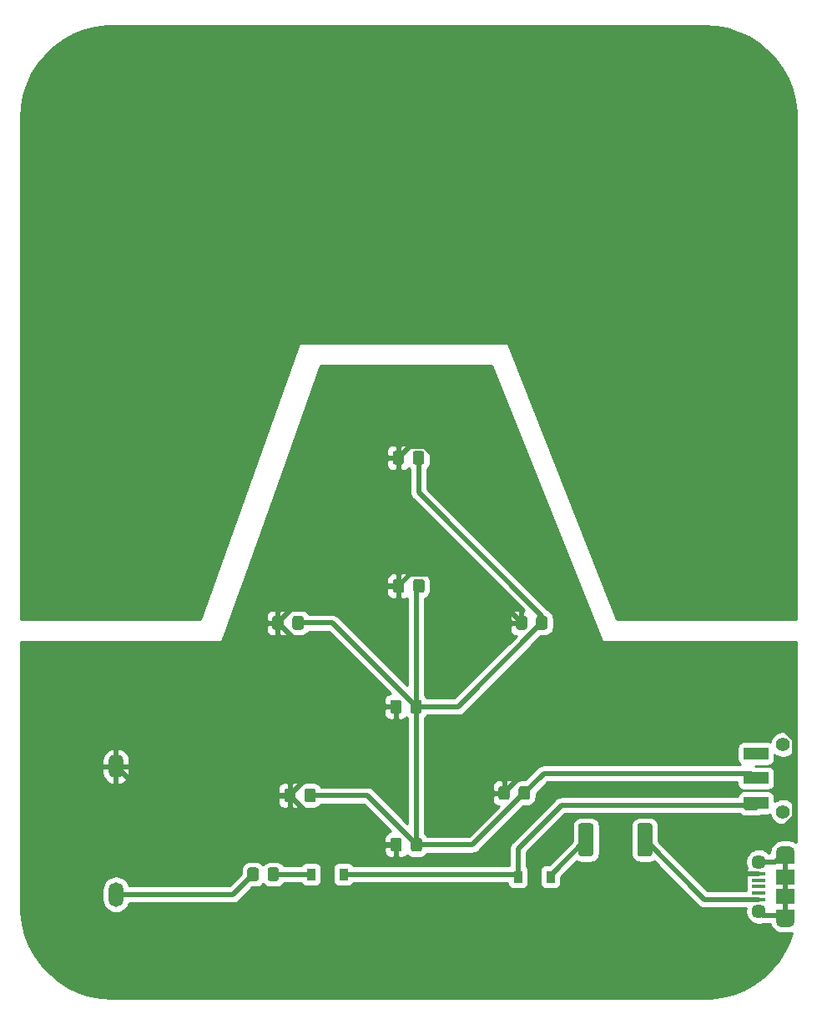
<source format=gtl>
%TF.GenerationSoftware,KiCad,Pcbnew,(5.1.6)-1*%
%TF.CreationDate,2020-12-04T21:40:29+01:00*%
%TF.ProjectId,case_julgran_LED,63617365-5f6a-4756-9c67-72616e5f4c45,rev?*%
%TF.SameCoordinates,Original*%
%TF.FileFunction,Copper,L1,Top*%
%TF.FilePolarity,Positive*%
%FSLAX46Y46*%
G04 Gerber Fmt 4.6, Leading zero omitted, Abs format (unit mm)*
G04 Created by KiCad (PCBNEW (5.1.6)-1) date 2020-12-04 21:40:29*
%MOMM*%
%LPD*%
G01*
G04 APERTURE LIST*
%TA.AperFunction,ComponentPad*%
%ADD10O,1.524000X2.500000*%
%TD*%
%TA.AperFunction,SMDPad,CuDef*%
%ADD11R,1.900000X1.500000*%
%TD*%
%TA.AperFunction,ComponentPad*%
%ADD12C,1.450000*%
%TD*%
%TA.AperFunction,SMDPad,CuDef*%
%ADD13R,1.350000X0.400000*%
%TD*%
%TA.AperFunction,ComponentPad*%
%ADD14O,1.900000X1.200000*%
%TD*%
%TA.AperFunction,SMDPad,CuDef*%
%ADD15R,1.900000X1.200000*%
%TD*%
%TA.AperFunction,SMDPad,CuDef*%
%ADD16R,0.900000X1.200000*%
%TD*%
%TA.AperFunction,SMDPad,CuDef*%
%ADD17R,2.500000X1.200000*%
%TD*%
%TA.AperFunction,ComponentPad*%
%ADD18C,1.400000*%
%TD*%
%TA.AperFunction,Conductor*%
%ADD19C,0.508000*%
%TD*%
%TA.AperFunction,Conductor*%
%ADD20C,0.254000*%
%TD*%
%TA.AperFunction,NonConductor*%
%ADD21C,0.254000*%
%TD*%
G04 APERTURE END LIST*
D10*
%TO.P,J1,1*%
%TO.N,Net-(J1-Pad1)*%
X44320000Y-115800000D03*
%TO.P,J1,2*%
%TO.N,GND*%
X44320000Y-102800000D03*
%TD*%
D11*
%TO.P,J2,6*%
%TO.N,Net-(J2-Pad6)*%
X112237500Y-114000000D03*
D12*
X109537500Y-117500000D03*
D13*
%TO.P,J2,2*%
%TO.N,Net-(J2-Pad2)*%
X109537500Y-115650000D03*
%TO.P,J2,1*%
%TO.N,Net-(J2-Pad1)*%
X109537500Y-116300000D03*
%TO.P,J2,5*%
%TO.N,GND*%
X109537500Y-113700000D03*
%TO.P,J2,4*%
%TO.N,Net-(J2-Pad4)*%
X109537500Y-114350000D03*
%TO.P,J2,3*%
%TO.N,Net-(J2-Pad3)*%
X109537500Y-115000000D03*
D12*
%TO.P,J2,6*%
%TO.N,Net-(J2-Pad6)*%
X109537500Y-112500000D03*
D11*
X112237500Y-116000000D03*
D14*
X112237500Y-118500000D03*
X112237500Y-111500000D03*
D15*
X112237500Y-112100000D03*
X112237500Y-117900000D03*
%TD*%
D16*
%TO.P,D1,1*%
%TO.N,Net-(D1-Pad1)*%
X67400000Y-113750000D03*
%TO.P,D1,2*%
%TO.N,Net-(D1-Pad2)*%
X64100000Y-113750000D03*
%TD*%
%TO.P,D2,2*%
%TO.N,Net-(D2-Pad2)*%
X88400000Y-114000000D03*
%TO.P,D2,1*%
%TO.N,Net-(D1-Pad1)*%
X85100000Y-114000000D03*
%TD*%
%TO.P,D3,1*%
%TO.N,GND*%
%TA.AperFunction,SMDPad,CuDef*%
G36*
G01*
X72150000Y-97200001D02*
X72150000Y-96299999D01*
G75*
G02*
X72399999Y-96050000I249999J0D01*
G01*
X73050001Y-96050000D01*
G75*
G02*
X73300000Y-96299999I0J-249999D01*
G01*
X73300000Y-97200001D01*
G75*
G02*
X73050001Y-97450000I-249999J0D01*
G01*
X72399999Y-97450000D01*
G75*
G02*
X72150000Y-97200001I0J249999D01*
G01*
G37*
%TD.AperFunction*%
%TO.P,D3,2*%
%TO.N,Net-(D10-Pad2)*%
%TA.AperFunction,SMDPad,CuDef*%
G36*
G01*
X74200000Y-97200001D02*
X74200000Y-96299999D01*
G75*
G02*
X74449999Y-96050000I249999J0D01*
G01*
X75100001Y-96050000D01*
G75*
G02*
X75350000Y-96299999I0J-249999D01*
G01*
X75350000Y-97200001D01*
G75*
G02*
X75100001Y-97450000I-249999J0D01*
G01*
X74449999Y-97450000D01*
G75*
G02*
X74200000Y-97200001I0J249999D01*
G01*
G37*
%TD.AperFunction*%
%TD*%
%TO.P,D4,2*%
%TO.N,Net-(D10-Pad2)*%
%TA.AperFunction,SMDPad,CuDef*%
G36*
G01*
X62225000Y-88700001D02*
X62225000Y-87799999D01*
G75*
G02*
X62474999Y-87550000I249999J0D01*
G01*
X63125001Y-87550000D01*
G75*
G02*
X63375000Y-87799999I0J-249999D01*
G01*
X63375000Y-88700001D01*
G75*
G02*
X63125001Y-88950000I-249999J0D01*
G01*
X62474999Y-88950000D01*
G75*
G02*
X62225000Y-88700001I0J249999D01*
G01*
G37*
%TD.AperFunction*%
%TO.P,D4,1*%
%TO.N,GND*%
%TA.AperFunction,SMDPad,CuDef*%
G36*
G01*
X60175000Y-88700001D02*
X60175000Y-87799999D01*
G75*
G02*
X60424999Y-87550000I249999J0D01*
G01*
X61075001Y-87550000D01*
G75*
G02*
X61325000Y-87799999I0J-249999D01*
G01*
X61325000Y-88700001D01*
G75*
G02*
X61075001Y-88950000I-249999J0D01*
G01*
X60424999Y-88950000D01*
G75*
G02*
X60175000Y-88700001I0J249999D01*
G01*
G37*
%TD.AperFunction*%
%TD*%
%TO.P,D5,1*%
%TO.N,GND*%
%TA.AperFunction,SMDPad,CuDef*%
G36*
G01*
X72425000Y-84950001D02*
X72425000Y-84049999D01*
G75*
G02*
X72674999Y-83800000I249999J0D01*
G01*
X73325001Y-83800000D01*
G75*
G02*
X73575000Y-84049999I0J-249999D01*
G01*
X73575000Y-84950001D01*
G75*
G02*
X73325001Y-85200000I-249999J0D01*
G01*
X72674999Y-85200000D01*
G75*
G02*
X72425000Y-84950001I0J249999D01*
G01*
G37*
%TD.AperFunction*%
%TO.P,D5,2*%
%TO.N,Net-(D10-Pad2)*%
%TA.AperFunction,SMDPad,CuDef*%
G36*
G01*
X74475000Y-84950001D02*
X74475000Y-84049999D01*
G75*
G02*
X74724999Y-83800000I249999J0D01*
G01*
X75375001Y-83800000D01*
G75*
G02*
X75625000Y-84049999I0J-249999D01*
G01*
X75625000Y-84950001D01*
G75*
G02*
X75375001Y-85200000I-249999J0D01*
G01*
X74724999Y-85200000D01*
G75*
G02*
X74475000Y-84950001I0J249999D01*
G01*
G37*
%TD.AperFunction*%
%TD*%
%TO.P,D6,2*%
%TO.N,Net-(D10-Pad2)*%
%TA.AperFunction,SMDPad,CuDef*%
G36*
G01*
X85175000Y-105950001D02*
X85175000Y-105049999D01*
G75*
G02*
X85424999Y-104800000I249999J0D01*
G01*
X86075001Y-104800000D01*
G75*
G02*
X86325000Y-105049999I0J-249999D01*
G01*
X86325000Y-105950001D01*
G75*
G02*
X86075001Y-106200000I-249999J0D01*
G01*
X85424999Y-106200000D01*
G75*
G02*
X85175000Y-105950001I0J249999D01*
G01*
G37*
%TD.AperFunction*%
%TO.P,D6,1*%
%TO.N,GND*%
%TA.AperFunction,SMDPad,CuDef*%
G36*
G01*
X83125000Y-105950001D02*
X83125000Y-105049999D01*
G75*
G02*
X83374999Y-104800000I249999J0D01*
G01*
X84025001Y-104800000D01*
G75*
G02*
X84275000Y-105049999I0J-249999D01*
G01*
X84275000Y-105950001D01*
G75*
G02*
X84025001Y-106200000I-249999J0D01*
G01*
X83374999Y-106200000D01*
G75*
G02*
X83125000Y-105950001I0J249999D01*
G01*
G37*
%TD.AperFunction*%
%TD*%
%TO.P,D7,1*%
%TO.N,GND*%
%TA.AperFunction,SMDPad,CuDef*%
G36*
G01*
X72175000Y-111200001D02*
X72175000Y-110299999D01*
G75*
G02*
X72424999Y-110050000I249999J0D01*
G01*
X73075001Y-110050000D01*
G75*
G02*
X73325000Y-110299999I0J-249999D01*
G01*
X73325000Y-111200001D01*
G75*
G02*
X73075001Y-111450000I-249999J0D01*
G01*
X72424999Y-111450000D01*
G75*
G02*
X72175000Y-111200001I0J249999D01*
G01*
G37*
%TD.AperFunction*%
%TO.P,D7,2*%
%TO.N,Net-(D10-Pad2)*%
%TA.AperFunction,SMDPad,CuDef*%
G36*
G01*
X74225000Y-111200001D02*
X74225000Y-110299999D01*
G75*
G02*
X74474999Y-110050000I249999J0D01*
G01*
X75125001Y-110050000D01*
G75*
G02*
X75375000Y-110299999I0J-249999D01*
G01*
X75375000Y-111200001D01*
G75*
G02*
X75125001Y-111450000I-249999J0D01*
G01*
X74474999Y-111450000D01*
G75*
G02*
X74225000Y-111200001I0J249999D01*
G01*
G37*
%TD.AperFunction*%
%TD*%
%TO.P,D8,2*%
%TO.N,Net-(D10-Pad2)*%
%TA.AperFunction,SMDPad,CuDef*%
G36*
G01*
X74450000Y-71950001D02*
X74450000Y-71049999D01*
G75*
G02*
X74699999Y-70800000I249999J0D01*
G01*
X75350001Y-70800000D01*
G75*
G02*
X75600000Y-71049999I0J-249999D01*
G01*
X75600000Y-71950001D01*
G75*
G02*
X75350001Y-72200000I-249999J0D01*
G01*
X74699999Y-72200000D01*
G75*
G02*
X74450000Y-71950001I0J249999D01*
G01*
G37*
%TD.AperFunction*%
%TO.P,D8,1*%
%TO.N,GND*%
%TA.AperFunction,SMDPad,CuDef*%
G36*
G01*
X72400000Y-71950001D02*
X72400000Y-71049999D01*
G75*
G02*
X72649999Y-70800000I249999J0D01*
G01*
X73300001Y-70800000D01*
G75*
G02*
X73550000Y-71049999I0J-249999D01*
G01*
X73550000Y-71950001D01*
G75*
G02*
X73300001Y-72200000I-249999J0D01*
G01*
X72649999Y-72200000D01*
G75*
G02*
X72400000Y-71950001I0J249999D01*
G01*
G37*
%TD.AperFunction*%
%TD*%
%TO.P,D9,1*%
%TO.N,GND*%
%TA.AperFunction,SMDPad,CuDef*%
G36*
G01*
X61400000Y-106200001D02*
X61400000Y-105299999D01*
G75*
G02*
X61649999Y-105050000I249999J0D01*
G01*
X62300001Y-105050000D01*
G75*
G02*
X62550000Y-105299999I0J-249999D01*
G01*
X62550000Y-106200001D01*
G75*
G02*
X62300001Y-106450000I-249999J0D01*
G01*
X61649999Y-106450000D01*
G75*
G02*
X61400000Y-106200001I0J249999D01*
G01*
G37*
%TD.AperFunction*%
%TO.P,D9,2*%
%TO.N,Net-(D10-Pad2)*%
%TA.AperFunction,SMDPad,CuDef*%
G36*
G01*
X63450000Y-106200001D02*
X63450000Y-105299999D01*
G75*
G02*
X63699999Y-105050000I249999J0D01*
G01*
X64350001Y-105050000D01*
G75*
G02*
X64600000Y-105299999I0J-249999D01*
G01*
X64600000Y-106200001D01*
G75*
G02*
X64350001Y-106450000I-249999J0D01*
G01*
X63699999Y-106450000D01*
G75*
G02*
X63450000Y-106200001I0J249999D01*
G01*
G37*
%TD.AperFunction*%
%TD*%
%TO.P,D10,2*%
%TO.N,Net-(D10-Pad2)*%
%TA.AperFunction,SMDPad,CuDef*%
G36*
G01*
X86950000Y-88700001D02*
X86950000Y-87799999D01*
G75*
G02*
X87199999Y-87550000I249999J0D01*
G01*
X87850001Y-87550000D01*
G75*
G02*
X88100000Y-87799999I0J-249999D01*
G01*
X88100000Y-88700001D01*
G75*
G02*
X87850001Y-88950000I-249999J0D01*
G01*
X87199999Y-88950000D01*
G75*
G02*
X86950000Y-88700001I0J249999D01*
G01*
G37*
%TD.AperFunction*%
%TO.P,D10,1*%
%TO.N,GND*%
%TA.AperFunction,SMDPad,CuDef*%
G36*
G01*
X84900000Y-88700001D02*
X84900000Y-87799999D01*
G75*
G02*
X85149999Y-87550000I249999J0D01*
G01*
X85800001Y-87550000D01*
G75*
G02*
X86050000Y-87799999I0J-249999D01*
G01*
X86050000Y-88700001D01*
G75*
G02*
X85800001Y-88950000I-249999J0D01*
G01*
X85149999Y-88950000D01*
G75*
G02*
X84900000Y-88700001I0J249999D01*
G01*
G37*
%TD.AperFunction*%
%TD*%
%TO.P,R1,1*%
%TO.N,Net-(D1-Pad2)*%
%TA.AperFunction,SMDPad,CuDef*%
G36*
G01*
X60850000Y-113299999D02*
X60850000Y-114200001D01*
G75*
G02*
X60600001Y-114450000I-249999J0D01*
G01*
X59949999Y-114450000D01*
G75*
G02*
X59700000Y-114200001I0J249999D01*
G01*
X59700000Y-113299999D01*
G75*
G02*
X59949999Y-113050000I249999J0D01*
G01*
X60600001Y-113050000D01*
G75*
G02*
X60850000Y-113299999I0J-249999D01*
G01*
G37*
%TD.AperFunction*%
%TO.P,R1,2*%
%TO.N,Net-(J1-Pad1)*%
%TA.AperFunction,SMDPad,CuDef*%
G36*
G01*
X58800000Y-113299999D02*
X58800000Y-114200001D01*
G75*
G02*
X58550001Y-114450000I-249999J0D01*
G01*
X57899999Y-114450000D01*
G75*
G02*
X57650000Y-114200001I0J249999D01*
G01*
X57650000Y-113299999D01*
G75*
G02*
X57899999Y-113050000I249999J0D01*
G01*
X58550001Y-113050000D01*
G75*
G02*
X58800000Y-113299999I0J-249999D01*
G01*
G37*
%TD.AperFunction*%
%TD*%
%TO.P,R2,1*%
%TO.N,Net-(D2-Pad2)*%
%TA.AperFunction,SMDPad,CuDef*%
G36*
G01*
X91237500Y-111675001D02*
X91237500Y-108824999D01*
G75*
G02*
X91487499Y-108575000I249999J0D01*
G01*
X92512501Y-108575000D01*
G75*
G02*
X92762500Y-108824999I0J-249999D01*
G01*
X92762500Y-111675001D01*
G75*
G02*
X92512501Y-111925000I-249999J0D01*
G01*
X91487499Y-111925000D01*
G75*
G02*
X91237500Y-111675001I0J249999D01*
G01*
G37*
%TD.AperFunction*%
%TO.P,R2,2*%
%TO.N,Net-(J2-Pad1)*%
%TA.AperFunction,SMDPad,CuDef*%
G36*
G01*
X97212500Y-111675001D02*
X97212500Y-108824999D01*
G75*
G02*
X97462499Y-108575000I249999J0D01*
G01*
X98487501Y-108575000D01*
G75*
G02*
X98737500Y-108824999I0J-249999D01*
G01*
X98737500Y-111675001D01*
G75*
G02*
X98487501Y-111925000I-249999J0D01*
G01*
X97462499Y-111925000D01*
G75*
G02*
X97212500Y-111675001I0J249999D01*
G01*
G37*
%TD.AperFunction*%
%TD*%
D17*
%TO.P,S1,1*%
%TO.N,Net-(D1-Pad1)*%
X109250000Y-106500000D03*
%TO.P,S1,2*%
%TO.N,Net-(D10-Pad2)*%
X109250000Y-104000000D03*
%TO.P,S1,3*%
%TO.N,Net-(S1-Pad3)*%
X109250000Y-101500000D03*
D18*
%TO.P,S1,4*%
%TO.N,N/C*%
X112000000Y-107400000D03*
%TO.P,S1,5*%
X112000000Y-100600000D03*
%TD*%
D19*
%TO.N,Net-(D1-Pad1)*%
X84850000Y-113750000D02*
X85100000Y-114000000D01*
X67400000Y-113750000D02*
X84850000Y-113750000D01*
%TO.N,Net-(D1-Pad2)*%
X60275000Y-113750000D02*
X64100000Y-113750000D01*
%TO.N,Net-(D2-Pad2)*%
X88400000Y-113850000D02*
X92000000Y-110250000D01*
X88400000Y-114000000D02*
X88400000Y-113850000D01*
%TO.N,GND*%
X66975000Y-110750000D02*
X61975000Y-105750000D01*
X72750000Y-110750000D02*
X66975000Y-110750000D01*
X73000000Y-71525000D02*
X72975000Y-71500000D01*
X73000000Y-84500000D02*
X73000000Y-71525000D01*
X80570990Y-83345990D02*
X85475000Y-88250000D01*
X74154010Y-83345990D02*
X80570990Y-83345990D01*
X73000000Y-84500000D02*
X74154010Y-83345990D01*
X64500000Y-84500000D02*
X73000000Y-84500000D01*
X60750000Y-88250000D02*
X64500000Y-84500000D01*
X69250000Y-96750000D02*
X72725000Y-96750000D01*
X60750000Y-88250000D02*
X69250000Y-96750000D01*
X70975000Y-96750000D02*
X61975000Y-105750000D01*
X72725000Y-96750000D02*
X70975000Y-96750000D01*
X88554010Y-100645990D02*
X88554010Y-94195990D01*
X83700000Y-105500000D02*
X88554010Y-100645990D01*
X47270000Y-105750000D02*
X44320000Y-102800000D01*
X61975000Y-105750000D02*
X47270000Y-105750000D01*
X44320000Y-102800000D02*
X44320000Y-102930000D01*
%TO.N,Net-(D10-Pad2)*%
X80500000Y-110750000D02*
X74800000Y-110750000D01*
X85750000Y-105500000D02*
X80500000Y-110750000D01*
X74800000Y-96775000D02*
X74775000Y-96750000D01*
X74800000Y-110750000D02*
X74800000Y-96775000D01*
X79025000Y-96750000D02*
X87525000Y-88250000D01*
X74775000Y-96750000D02*
X79025000Y-96750000D01*
X74775000Y-84775000D02*
X75050000Y-84500000D01*
X74775000Y-96750000D02*
X74775000Y-84775000D01*
X66275000Y-88250000D02*
X74775000Y-96750000D01*
X62800000Y-88250000D02*
X66275000Y-88250000D01*
%TO.N,Net-(D1-Pad1)*%
X109250000Y-107000000D02*
X108250000Y-107000000D01*
X109000000Y-106750000D02*
X109250000Y-106500000D01*
X89500000Y-106750000D02*
X109000000Y-106750000D01*
X85100000Y-114000000D02*
X85100000Y-111150000D01*
X85100000Y-111150000D02*
X89500000Y-106750000D01*
%TO.N,GND*%
X113154001Y-107953921D02*
X111107922Y-110000000D01*
X113154001Y-100046079D02*
X113154001Y-107953921D01*
X91000000Y-91750000D02*
X104857922Y-91750000D01*
X104857922Y-91750000D02*
X113154001Y-100046079D01*
X111107922Y-110000000D02*
X107000000Y-110000000D01*
X107000000Y-110000000D02*
X106000000Y-111000000D01*
X106000000Y-111000000D02*
X106000000Y-112000000D01*
X107695999Y-113695999D02*
X109537500Y-113695999D01*
X106000000Y-112000000D02*
X107695999Y-113695999D01*
X75641612Y-70345990D02*
X90875000Y-85579378D01*
X74129010Y-70345990D02*
X75641612Y-70345990D01*
X72975000Y-71500000D02*
X74129010Y-70345990D01*
X90875000Y-85579378D02*
X90875000Y-91875000D01*
X88554010Y-94195990D02*
X90875000Y-91875000D01*
X90875000Y-91875000D02*
X91000000Y-91750000D01*
%TO.N,Net-(J2-Pad6)*%
X111237500Y-112500000D02*
X112237500Y-111500000D01*
X109537500Y-112500000D02*
X111237500Y-112500000D01*
X112237500Y-112100000D02*
X112237500Y-114000000D01*
X112237500Y-114000000D02*
X112237500Y-116000000D01*
X112237500Y-116000000D02*
X112237500Y-117900000D01*
X109937500Y-117900000D02*
X109537500Y-117500000D01*
X112237500Y-117900000D02*
X109937500Y-117900000D01*
%TO.N,Net-(D10-Pad2)*%
X69800000Y-105750000D02*
X64025000Y-105750000D01*
X74800000Y-110750000D02*
X69800000Y-105750000D01*
X108750000Y-103500000D02*
X109250000Y-104000000D01*
X85750000Y-105500000D02*
X87750000Y-103500000D01*
X87750000Y-103500000D02*
X108750000Y-103500000D01*
X75025000Y-71500000D02*
X75025000Y-75025000D01*
X87525000Y-87525000D02*
X87525000Y-88250000D01*
X75025000Y-75025000D02*
X87525000Y-87525000D01*
%TO.N,Net-(J1-Pad1)*%
X56175000Y-115800000D02*
X58225000Y-113750000D01*
X44320000Y-115800000D02*
X56175000Y-115800000D01*
%TO.N,Net-(J2-Pad1)*%
X104029001Y-116304001D02*
X109537500Y-116304001D01*
X97975000Y-110250000D02*
X104029001Y-116304001D01*
%TD*%
D20*
%TO.N,GND*%
G36*
X93632156Y-90047348D02*
G01*
X93643658Y-90069428D01*
X93659246Y-90088841D01*
X93678322Y-90104839D01*
X93700152Y-90116808D01*
X93723898Y-90124289D01*
X93750000Y-90127000D01*
X113340000Y-90127000D01*
X113340000Y-110519912D01*
X113276949Y-110468167D01*
X113062401Y-110353489D01*
X112829602Y-110282870D01*
X112648165Y-110265000D01*
X111826835Y-110265000D01*
X111645398Y-110282870D01*
X111412599Y-110353489D01*
X111198051Y-110468167D01*
X111009998Y-110622498D01*
X110855667Y-110810551D01*
X110740989Y-111025099D01*
X110670370Y-111257898D01*
X110646525Y-111500000D01*
X110649428Y-111529475D01*
X110649428Y-111611000D01*
X110571830Y-111611000D01*
X110404449Y-111443619D01*
X110181701Y-111294784D01*
X109934197Y-111192264D01*
X109671448Y-111140000D01*
X109403552Y-111140000D01*
X109140803Y-111192264D01*
X108893299Y-111294784D01*
X108670551Y-111443619D01*
X108481119Y-111633051D01*
X108332284Y-111855799D01*
X108229764Y-112103303D01*
X108177500Y-112366052D01*
X108177500Y-112633948D01*
X108229764Y-112896697D01*
X108332284Y-113144201D01*
X108333079Y-113145390D01*
X108276979Y-113246424D01*
X108238759Y-113365526D01*
X108227500Y-113468250D01*
X108386250Y-113627000D01*
X108498822Y-113627000D01*
X108411315Y-113698815D01*
X108331963Y-113795506D01*
X108295468Y-113863782D01*
X108227500Y-113931750D01*
X108237488Y-114022880D01*
X108236688Y-114025518D01*
X108224428Y-114150000D01*
X108224428Y-114550000D01*
X108236688Y-114674482D01*
X108236845Y-114675000D01*
X108236688Y-114675518D01*
X108224428Y-114800000D01*
X108224428Y-115200000D01*
X108236688Y-115324482D01*
X108236845Y-115325000D01*
X108236688Y-115325518D01*
X108227875Y-115415001D01*
X104397236Y-115415001D01*
X99375572Y-110393337D01*
X99375572Y-108824999D01*
X99358508Y-108651745D01*
X99307972Y-108485149D01*
X99225905Y-108331613D01*
X99115462Y-108197038D01*
X98980887Y-108086595D01*
X98827351Y-108004528D01*
X98660755Y-107953992D01*
X98487501Y-107936928D01*
X97462499Y-107936928D01*
X97289245Y-107953992D01*
X97122649Y-108004528D01*
X96969113Y-108086595D01*
X96834538Y-108197038D01*
X96724095Y-108331613D01*
X96642028Y-108485149D01*
X96591492Y-108651745D01*
X96574428Y-108824999D01*
X96574428Y-111675001D01*
X96591492Y-111848255D01*
X96642028Y-112014851D01*
X96724095Y-112168387D01*
X96834538Y-112302962D01*
X96969113Y-112413405D01*
X97122649Y-112495472D01*
X97289245Y-112546008D01*
X97462499Y-112563072D01*
X98487501Y-112563072D01*
X98660755Y-112546008D01*
X98827351Y-112495472D01*
X98915904Y-112448139D01*
X103369502Y-116901737D01*
X103397342Y-116935660D01*
X103532710Y-117046754D01*
X103687150Y-117129304D01*
X103716055Y-117138072D01*
X103854725Y-117180137D01*
X103887925Y-117183407D01*
X103985334Y-117193001D01*
X103985340Y-117193001D01*
X104029000Y-117197301D01*
X104072660Y-117193001D01*
X108211922Y-117193001D01*
X108177500Y-117366052D01*
X108177500Y-117633948D01*
X108229764Y-117896697D01*
X108332284Y-118144201D01*
X108481119Y-118366949D01*
X108670551Y-118556381D01*
X108893299Y-118705216D01*
X109140803Y-118807736D01*
X109403552Y-118860000D01*
X109671448Y-118860000D01*
X109934197Y-118807736D01*
X109978890Y-118789223D01*
X109981159Y-118789000D01*
X110684596Y-118789000D01*
X110740989Y-118974901D01*
X110855667Y-119189449D01*
X111009998Y-119377502D01*
X111198051Y-119531833D01*
X111412599Y-119646511D01*
X111645398Y-119717130D01*
X111826835Y-119735000D01*
X112648165Y-119735000D01*
X112829602Y-119717130D01*
X112926623Y-119687699D01*
X112682900Y-120437801D01*
X112183560Y-121498952D01*
X111555165Y-122489144D01*
X110807612Y-123392780D01*
X109952708Y-124195588D01*
X109003922Y-124884922D01*
X107976227Y-125449903D01*
X106885813Y-125881627D01*
X105749897Y-126173281D01*
X104576058Y-126321571D01*
X103989642Y-126340000D01*
X44020747Y-126340000D01*
X42829552Y-126265056D01*
X41677556Y-126045302D01*
X40562199Y-125682900D01*
X39501048Y-125183560D01*
X38510856Y-124555165D01*
X37607220Y-123807612D01*
X36804412Y-122952708D01*
X36115078Y-122003922D01*
X35550097Y-120976227D01*
X35118373Y-119885813D01*
X34826719Y-118749897D01*
X34678429Y-117576058D01*
X34660000Y-116989642D01*
X34660000Y-115243376D01*
X42923000Y-115243376D01*
X42923000Y-116356625D01*
X42943214Y-116561860D01*
X43023096Y-116825195D01*
X43152817Y-117067887D01*
X43327393Y-117280608D01*
X43540114Y-117455183D01*
X43782806Y-117584904D01*
X44046141Y-117664786D01*
X44320000Y-117691759D01*
X44593860Y-117664786D01*
X44857195Y-117584904D01*
X45099887Y-117455183D01*
X45312608Y-117280608D01*
X45487183Y-117067887D01*
X45616904Y-116825195D01*
X45658218Y-116689000D01*
X56131340Y-116689000D01*
X56175000Y-116693300D01*
X56218660Y-116689000D01*
X56218667Y-116689000D01*
X56349274Y-116676136D01*
X56516851Y-116625303D01*
X56671291Y-116542753D01*
X56806659Y-116431659D01*
X56834499Y-116397736D01*
X58144164Y-115088072D01*
X58550001Y-115088072D01*
X58723255Y-115071008D01*
X58889851Y-115020472D01*
X59043387Y-114938405D01*
X59177962Y-114827962D01*
X59250000Y-114740184D01*
X59322038Y-114827962D01*
X59456613Y-114938405D01*
X59610149Y-115020472D01*
X59776745Y-115071008D01*
X59949999Y-115088072D01*
X60600001Y-115088072D01*
X60773255Y-115071008D01*
X60939851Y-115020472D01*
X61093387Y-114938405D01*
X61227962Y-114827962D01*
X61338405Y-114693387D01*
X61367476Y-114639000D01*
X63084455Y-114639000D01*
X63119463Y-114704494D01*
X63198815Y-114801185D01*
X63295506Y-114880537D01*
X63405820Y-114939502D01*
X63525518Y-114975812D01*
X63650000Y-114988072D01*
X64550000Y-114988072D01*
X64674482Y-114975812D01*
X64794180Y-114939502D01*
X64904494Y-114880537D01*
X65001185Y-114801185D01*
X65080537Y-114704494D01*
X65139502Y-114594180D01*
X65175812Y-114474482D01*
X65188072Y-114350000D01*
X65188072Y-113150000D01*
X66311928Y-113150000D01*
X66311928Y-114350000D01*
X66324188Y-114474482D01*
X66360498Y-114594180D01*
X66419463Y-114704494D01*
X66498815Y-114801185D01*
X66595506Y-114880537D01*
X66705820Y-114939502D01*
X66825518Y-114975812D01*
X66950000Y-114988072D01*
X67850000Y-114988072D01*
X67974482Y-114975812D01*
X68094180Y-114939502D01*
X68204494Y-114880537D01*
X68301185Y-114801185D01*
X68380537Y-114704494D01*
X68415545Y-114639000D01*
X84015769Y-114639000D01*
X84024188Y-114724482D01*
X84060498Y-114844180D01*
X84119463Y-114954494D01*
X84198815Y-115051185D01*
X84295506Y-115130537D01*
X84405820Y-115189502D01*
X84525518Y-115225812D01*
X84650000Y-115238072D01*
X85550000Y-115238072D01*
X85674482Y-115225812D01*
X85794180Y-115189502D01*
X85904494Y-115130537D01*
X86001185Y-115051185D01*
X86080537Y-114954494D01*
X86139502Y-114844180D01*
X86175812Y-114724482D01*
X86188072Y-114600000D01*
X86188072Y-113400000D01*
X87311928Y-113400000D01*
X87311928Y-114600000D01*
X87324188Y-114724482D01*
X87360498Y-114844180D01*
X87419463Y-114954494D01*
X87498815Y-115051185D01*
X87595506Y-115130537D01*
X87705820Y-115189502D01*
X87825518Y-115225812D01*
X87950000Y-115238072D01*
X88850000Y-115238072D01*
X88974482Y-115225812D01*
X89094180Y-115189502D01*
X89204494Y-115130537D01*
X89301185Y-115051185D01*
X89380537Y-114954494D01*
X89439502Y-114844180D01*
X89475812Y-114724482D01*
X89488072Y-114600000D01*
X89488072Y-114019163D01*
X91059096Y-112448139D01*
X91147649Y-112495472D01*
X91314245Y-112546008D01*
X91487499Y-112563072D01*
X92512501Y-112563072D01*
X92685755Y-112546008D01*
X92852351Y-112495472D01*
X93005887Y-112413405D01*
X93140462Y-112302962D01*
X93250905Y-112168387D01*
X93332972Y-112014851D01*
X93383508Y-111848255D01*
X93400572Y-111675001D01*
X93400572Y-108824999D01*
X93383508Y-108651745D01*
X93332972Y-108485149D01*
X93250905Y-108331613D01*
X93140462Y-108197038D01*
X93005887Y-108086595D01*
X92852351Y-108004528D01*
X92685755Y-107953992D01*
X92512501Y-107936928D01*
X91487499Y-107936928D01*
X91314245Y-107953992D01*
X91147649Y-108004528D01*
X90994113Y-108086595D01*
X90859538Y-108197038D01*
X90749095Y-108331613D01*
X90667028Y-108485149D01*
X90616492Y-108651745D01*
X90599428Y-108824999D01*
X90599428Y-110393336D01*
X88230837Y-112761928D01*
X87950000Y-112761928D01*
X87825518Y-112774188D01*
X87705820Y-112810498D01*
X87595506Y-112869463D01*
X87498815Y-112948815D01*
X87419463Y-113045506D01*
X87360498Y-113155820D01*
X87324188Y-113275518D01*
X87311928Y-113400000D01*
X86188072Y-113400000D01*
X86175812Y-113275518D01*
X86139502Y-113155820D01*
X86080537Y-113045506D01*
X86001185Y-112948815D01*
X85989000Y-112938815D01*
X85989000Y-111518235D01*
X89868236Y-107639000D01*
X107627286Y-107639000D01*
X107753709Y-107742753D01*
X107908149Y-107825303D01*
X108075726Y-107876136D01*
X108206333Y-107889000D01*
X109293667Y-107889000D01*
X109424274Y-107876136D01*
X109591851Y-107825303D01*
X109746291Y-107742753D01*
X109751995Y-107738072D01*
X110500000Y-107738072D01*
X110624482Y-107725812D01*
X110699149Y-107703162D01*
X110716304Y-107789405D01*
X110816939Y-108032359D01*
X110963038Y-108251013D01*
X111148987Y-108436962D01*
X111367641Y-108583061D01*
X111610595Y-108683696D01*
X111868514Y-108735000D01*
X112131486Y-108735000D01*
X112389405Y-108683696D01*
X112632359Y-108583061D01*
X112851013Y-108436962D01*
X113036962Y-108251013D01*
X113183061Y-108032359D01*
X113283696Y-107789405D01*
X113335000Y-107531486D01*
X113335000Y-107268514D01*
X113283696Y-107010595D01*
X113183061Y-106767641D01*
X113036962Y-106548987D01*
X112851013Y-106363038D01*
X112632359Y-106216939D01*
X112389405Y-106116304D01*
X112131486Y-106065000D01*
X111868514Y-106065000D01*
X111610595Y-106116304D01*
X111367641Y-106216939D01*
X111148987Y-106363038D01*
X111138072Y-106373953D01*
X111138072Y-105900000D01*
X111125812Y-105775518D01*
X111089502Y-105655820D01*
X111030537Y-105545506D01*
X110951185Y-105448815D01*
X110854494Y-105369463D01*
X110744180Y-105310498D01*
X110624482Y-105274188D01*
X110500000Y-105261928D01*
X108000000Y-105261928D01*
X107875518Y-105274188D01*
X107755820Y-105310498D01*
X107645506Y-105369463D01*
X107548815Y-105448815D01*
X107469463Y-105545506D01*
X107410498Y-105655820D01*
X107374188Y-105775518D01*
X107365769Y-105861000D01*
X89543660Y-105861000D01*
X89500000Y-105856700D01*
X89456340Y-105861000D01*
X89456333Y-105861000D01*
X89342325Y-105872229D01*
X89325725Y-105873864D01*
X89274892Y-105889284D01*
X89158149Y-105924697D01*
X89003709Y-106007247D01*
X88868341Y-106118341D01*
X88840506Y-106152258D01*
X84502259Y-110490506D01*
X84468342Y-110518341D01*
X84440507Y-110552258D01*
X84440505Y-110552260D01*
X84357248Y-110653709D01*
X84274698Y-110808148D01*
X84223864Y-110975726D01*
X84206700Y-111150000D01*
X84211001Y-111193670D01*
X84211000Y-112861000D01*
X68415545Y-112861000D01*
X68380537Y-112795506D01*
X68301185Y-112698815D01*
X68204494Y-112619463D01*
X68094180Y-112560498D01*
X67974482Y-112524188D01*
X67850000Y-112511928D01*
X66950000Y-112511928D01*
X66825518Y-112524188D01*
X66705820Y-112560498D01*
X66595506Y-112619463D01*
X66498815Y-112698815D01*
X66419463Y-112795506D01*
X66360498Y-112905820D01*
X66324188Y-113025518D01*
X66311928Y-113150000D01*
X65188072Y-113150000D01*
X65175812Y-113025518D01*
X65139502Y-112905820D01*
X65080537Y-112795506D01*
X65001185Y-112698815D01*
X64904494Y-112619463D01*
X64794180Y-112560498D01*
X64674482Y-112524188D01*
X64550000Y-112511928D01*
X63650000Y-112511928D01*
X63525518Y-112524188D01*
X63405820Y-112560498D01*
X63295506Y-112619463D01*
X63198815Y-112698815D01*
X63119463Y-112795506D01*
X63084455Y-112861000D01*
X61367476Y-112861000D01*
X61338405Y-112806613D01*
X61227962Y-112672038D01*
X61093387Y-112561595D01*
X60939851Y-112479528D01*
X60773255Y-112428992D01*
X60600001Y-112411928D01*
X59949999Y-112411928D01*
X59776745Y-112428992D01*
X59610149Y-112479528D01*
X59456613Y-112561595D01*
X59322038Y-112672038D01*
X59250000Y-112759816D01*
X59177962Y-112672038D01*
X59043387Y-112561595D01*
X58889851Y-112479528D01*
X58723255Y-112428992D01*
X58550001Y-112411928D01*
X57899999Y-112411928D01*
X57726745Y-112428992D01*
X57560149Y-112479528D01*
X57406613Y-112561595D01*
X57272038Y-112672038D01*
X57161595Y-112806613D01*
X57079528Y-112960149D01*
X57028992Y-113126745D01*
X57011928Y-113299999D01*
X57011928Y-113705836D01*
X55806765Y-114911000D01*
X45658218Y-114911000D01*
X45616904Y-114774805D01*
X45487183Y-114532113D01*
X45312607Y-114319392D01*
X45099886Y-114144817D01*
X44857194Y-114015096D01*
X44593859Y-113935214D01*
X44320000Y-113908241D01*
X44046140Y-113935214D01*
X43782805Y-114015096D01*
X43540113Y-114144817D01*
X43327392Y-114319393D01*
X43152817Y-114532114D01*
X43023096Y-114774806D01*
X42943214Y-115038141D01*
X42923000Y-115243376D01*
X34660000Y-115243376D01*
X34660000Y-111450000D01*
X71536928Y-111450000D01*
X71549188Y-111574482D01*
X71585498Y-111694180D01*
X71644463Y-111804494D01*
X71723815Y-111901185D01*
X71820506Y-111980537D01*
X71930820Y-112039502D01*
X72050518Y-112075812D01*
X72175000Y-112088072D01*
X72464250Y-112085000D01*
X72623000Y-111926250D01*
X72623000Y-110877000D01*
X71698750Y-110877000D01*
X71540000Y-111035750D01*
X71536928Y-111450000D01*
X34660000Y-111450000D01*
X34660000Y-106450000D01*
X60761928Y-106450000D01*
X60774188Y-106574482D01*
X60810498Y-106694180D01*
X60869463Y-106804494D01*
X60948815Y-106901185D01*
X61045506Y-106980537D01*
X61155820Y-107039502D01*
X61275518Y-107075812D01*
X61400000Y-107088072D01*
X61689250Y-107085000D01*
X61848000Y-106926250D01*
X61848000Y-105877000D01*
X60923750Y-105877000D01*
X60765000Y-106035750D01*
X60761928Y-106450000D01*
X34660000Y-106450000D01*
X34660000Y-105050000D01*
X60761928Y-105050000D01*
X60765000Y-105464250D01*
X60923750Y-105623000D01*
X61848000Y-105623000D01*
X61848000Y-104573750D01*
X61689250Y-104415000D01*
X61400000Y-104411928D01*
X61275518Y-104424188D01*
X61155820Y-104460498D01*
X61045506Y-104519463D01*
X60948815Y-104598815D01*
X60869463Y-104695506D01*
X60810498Y-104805820D01*
X60774188Y-104925518D01*
X60761928Y-105050000D01*
X34660000Y-105050000D01*
X34660000Y-102927000D01*
X42923000Y-102927000D01*
X42923000Y-103415000D01*
X42974619Y-103685101D01*
X43077941Y-103939942D01*
X43228994Y-104169729D01*
X43421974Y-104365632D01*
X43649465Y-104520122D01*
X43902724Y-104627262D01*
X43976930Y-104642220D01*
X44193000Y-104519720D01*
X44193000Y-102927000D01*
X44447000Y-102927000D01*
X44447000Y-104519720D01*
X44663070Y-104642220D01*
X44737276Y-104627262D01*
X44990535Y-104520122D01*
X45218026Y-104365632D01*
X45411006Y-104169729D01*
X45562059Y-103939942D01*
X45665381Y-103685101D01*
X45717000Y-103415000D01*
X45717000Y-102927000D01*
X44447000Y-102927000D01*
X44193000Y-102927000D01*
X42923000Y-102927000D01*
X34660000Y-102927000D01*
X34660000Y-102185000D01*
X42923000Y-102185000D01*
X42923000Y-102673000D01*
X44193000Y-102673000D01*
X44193000Y-101080280D01*
X44447000Y-101080280D01*
X44447000Y-102673000D01*
X45717000Y-102673000D01*
X45717000Y-102185000D01*
X45665381Y-101914899D01*
X45562059Y-101660058D01*
X45411006Y-101430271D01*
X45218026Y-101234368D01*
X44990535Y-101079878D01*
X44737276Y-100972738D01*
X44663070Y-100957780D01*
X44447000Y-101080280D01*
X44193000Y-101080280D01*
X43976930Y-100957780D01*
X43902724Y-100972738D01*
X43649465Y-101079878D01*
X43421974Y-101234368D01*
X43228994Y-101430271D01*
X43077941Y-101660058D01*
X42974619Y-101914899D01*
X42923000Y-102185000D01*
X34660000Y-102185000D01*
X34660000Y-97450000D01*
X71511928Y-97450000D01*
X71524188Y-97574482D01*
X71560498Y-97694180D01*
X71619463Y-97804494D01*
X71698815Y-97901185D01*
X71795506Y-97980537D01*
X71905820Y-98039502D01*
X72025518Y-98075812D01*
X72150000Y-98088072D01*
X72439250Y-98085000D01*
X72598000Y-97926250D01*
X72598000Y-96877000D01*
X71673750Y-96877000D01*
X71515000Y-97035750D01*
X71511928Y-97450000D01*
X34660000Y-97450000D01*
X34660000Y-90127000D01*
X55000000Y-90127000D01*
X55024776Y-90124560D01*
X55048601Y-90117333D01*
X55070557Y-90105597D01*
X55089803Y-90089803D01*
X55105597Y-90070557D01*
X55119601Y-90042715D01*
X55509856Y-88950000D01*
X59536928Y-88950000D01*
X59549188Y-89074482D01*
X59585498Y-89194180D01*
X59644463Y-89304494D01*
X59723815Y-89401185D01*
X59820506Y-89480537D01*
X59930820Y-89539502D01*
X60050518Y-89575812D01*
X60175000Y-89588072D01*
X60464250Y-89585000D01*
X60623000Y-89426250D01*
X60623000Y-88377000D01*
X59698750Y-88377000D01*
X59540000Y-88535750D01*
X59536928Y-88950000D01*
X55509856Y-88950000D01*
X56009856Y-87550000D01*
X59536928Y-87550000D01*
X59540000Y-87964250D01*
X59698750Y-88123000D01*
X60623000Y-88123000D01*
X60623000Y-87073750D01*
X60877000Y-87073750D01*
X60877000Y-88123000D01*
X60897000Y-88123000D01*
X60897000Y-88377000D01*
X60877000Y-88377000D01*
X60877000Y-89426250D01*
X61035750Y-89585000D01*
X61325000Y-89588072D01*
X61449482Y-89575812D01*
X61569180Y-89539502D01*
X61679494Y-89480537D01*
X61776185Y-89401185D01*
X61841658Y-89321406D01*
X61847038Y-89327962D01*
X61981613Y-89438405D01*
X62135149Y-89520472D01*
X62301745Y-89571008D01*
X62474999Y-89588072D01*
X63125001Y-89588072D01*
X63298255Y-89571008D01*
X63464851Y-89520472D01*
X63618387Y-89438405D01*
X63752962Y-89327962D01*
X63863405Y-89193387D01*
X63892476Y-89139000D01*
X65906765Y-89139000D01*
X72180012Y-95412247D01*
X72150000Y-95411928D01*
X72025518Y-95424188D01*
X71905820Y-95460498D01*
X71795506Y-95519463D01*
X71698815Y-95598815D01*
X71619463Y-95695506D01*
X71560498Y-95805820D01*
X71524188Y-95925518D01*
X71511928Y-96050000D01*
X71515000Y-96464250D01*
X71673750Y-96623000D01*
X72598000Y-96623000D01*
X72598000Y-96603000D01*
X72852000Y-96603000D01*
X72852000Y-96623000D01*
X72872000Y-96623000D01*
X72872000Y-96877000D01*
X72852000Y-96877000D01*
X72852000Y-97926250D01*
X73010750Y-98085000D01*
X73300000Y-98088072D01*
X73424482Y-98075812D01*
X73544180Y-98039502D01*
X73654494Y-97980537D01*
X73751185Y-97901185D01*
X73816658Y-97821406D01*
X73822038Y-97827962D01*
X73911001Y-97900972D01*
X73911000Y-108603764D01*
X70459499Y-105152264D01*
X70431659Y-105118341D01*
X70296291Y-105007247D01*
X70141851Y-104924697D01*
X69974274Y-104873864D01*
X69843667Y-104861000D01*
X69843660Y-104861000D01*
X69800000Y-104856700D01*
X69756340Y-104861000D01*
X65117476Y-104861000D01*
X65088405Y-104806613D01*
X64977962Y-104672038D01*
X64843387Y-104561595D01*
X64689851Y-104479528D01*
X64523255Y-104428992D01*
X64350001Y-104411928D01*
X63699999Y-104411928D01*
X63526745Y-104428992D01*
X63360149Y-104479528D01*
X63206613Y-104561595D01*
X63072038Y-104672038D01*
X63066658Y-104678594D01*
X63001185Y-104598815D01*
X62904494Y-104519463D01*
X62794180Y-104460498D01*
X62674482Y-104424188D01*
X62550000Y-104411928D01*
X62260750Y-104415000D01*
X62102000Y-104573750D01*
X62102000Y-105623000D01*
X62122000Y-105623000D01*
X62122000Y-105877000D01*
X62102000Y-105877000D01*
X62102000Y-106926250D01*
X62260750Y-107085000D01*
X62550000Y-107088072D01*
X62674482Y-107075812D01*
X62794180Y-107039502D01*
X62904494Y-106980537D01*
X63001185Y-106901185D01*
X63066658Y-106821406D01*
X63072038Y-106827962D01*
X63206613Y-106938405D01*
X63360149Y-107020472D01*
X63526745Y-107071008D01*
X63699999Y-107088072D01*
X64350001Y-107088072D01*
X64523255Y-107071008D01*
X64689851Y-107020472D01*
X64843387Y-106938405D01*
X64977962Y-106827962D01*
X65088405Y-106693387D01*
X65117476Y-106639000D01*
X69431765Y-106639000D01*
X72205011Y-109412247D01*
X72175000Y-109411928D01*
X72050518Y-109424188D01*
X71930820Y-109460498D01*
X71820506Y-109519463D01*
X71723815Y-109598815D01*
X71644463Y-109695506D01*
X71585498Y-109805820D01*
X71549188Y-109925518D01*
X71536928Y-110050000D01*
X71540000Y-110464250D01*
X71698750Y-110623000D01*
X72623000Y-110623000D01*
X72623000Y-110603000D01*
X72877000Y-110603000D01*
X72877000Y-110623000D01*
X72897000Y-110623000D01*
X72897000Y-110877000D01*
X72877000Y-110877000D01*
X72877000Y-111926250D01*
X73035750Y-112085000D01*
X73325000Y-112088072D01*
X73449482Y-112075812D01*
X73569180Y-112039502D01*
X73679494Y-111980537D01*
X73776185Y-111901185D01*
X73841658Y-111821406D01*
X73847038Y-111827962D01*
X73981613Y-111938405D01*
X74135149Y-112020472D01*
X74301745Y-112071008D01*
X74474999Y-112088072D01*
X75125001Y-112088072D01*
X75298255Y-112071008D01*
X75464851Y-112020472D01*
X75618387Y-111938405D01*
X75752962Y-111827962D01*
X75863405Y-111693387D01*
X75892476Y-111639000D01*
X80456340Y-111639000D01*
X80500000Y-111643300D01*
X80543660Y-111639000D01*
X80543667Y-111639000D01*
X80674274Y-111626136D01*
X80841851Y-111575303D01*
X80996291Y-111492753D01*
X81131659Y-111381659D01*
X81159499Y-111347736D01*
X85669164Y-106838072D01*
X86075001Y-106838072D01*
X86248255Y-106821008D01*
X86414851Y-106770472D01*
X86568387Y-106688405D01*
X86702962Y-106577962D01*
X86813405Y-106443387D01*
X86895472Y-106289851D01*
X86946008Y-106123255D01*
X86963072Y-105950001D01*
X86963072Y-105544163D01*
X88118236Y-104389000D01*
X107361928Y-104389000D01*
X107361928Y-104600000D01*
X107374188Y-104724482D01*
X107410498Y-104844180D01*
X107469463Y-104954494D01*
X107548815Y-105051185D01*
X107645506Y-105130537D01*
X107755820Y-105189502D01*
X107875518Y-105225812D01*
X108000000Y-105238072D01*
X110500000Y-105238072D01*
X110624482Y-105225812D01*
X110744180Y-105189502D01*
X110854494Y-105130537D01*
X110951185Y-105051185D01*
X111030537Y-104954494D01*
X111089502Y-104844180D01*
X111125812Y-104724482D01*
X111138072Y-104600000D01*
X111138072Y-103400000D01*
X111125812Y-103275518D01*
X111089502Y-103155820D01*
X111030537Y-103045506D01*
X110951185Y-102948815D01*
X110854494Y-102869463D01*
X110744180Y-102810498D01*
X110624482Y-102774188D01*
X110500000Y-102761928D01*
X109251995Y-102761928D01*
X109246291Y-102757247D01*
X109210417Y-102738072D01*
X110500000Y-102738072D01*
X110624482Y-102725812D01*
X110744180Y-102689502D01*
X110854494Y-102630537D01*
X110951185Y-102551185D01*
X111030537Y-102454494D01*
X111089502Y-102344180D01*
X111125812Y-102224482D01*
X111138072Y-102100000D01*
X111138072Y-101626047D01*
X111148987Y-101636962D01*
X111367641Y-101783061D01*
X111610595Y-101883696D01*
X111868514Y-101935000D01*
X112131486Y-101935000D01*
X112389405Y-101883696D01*
X112632359Y-101783061D01*
X112851013Y-101636962D01*
X113036962Y-101451013D01*
X113183061Y-101232359D01*
X113283696Y-100989405D01*
X113335000Y-100731486D01*
X113335000Y-100468514D01*
X113283696Y-100210595D01*
X113183061Y-99967641D01*
X113036962Y-99748987D01*
X112851013Y-99563038D01*
X112632359Y-99416939D01*
X112389405Y-99316304D01*
X112131486Y-99265000D01*
X111868514Y-99265000D01*
X111610595Y-99316304D01*
X111367641Y-99416939D01*
X111148987Y-99563038D01*
X110963038Y-99748987D01*
X110816939Y-99967641D01*
X110716304Y-100210595D01*
X110699149Y-100296838D01*
X110624482Y-100274188D01*
X110500000Y-100261928D01*
X108000000Y-100261928D01*
X107875518Y-100274188D01*
X107755820Y-100310498D01*
X107645506Y-100369463D01*
X107548815Y-100448815D01*
X107469463Y-100545506D01*
X107410498Y-100655820D01*
X107374188Y-100775518D01*
X107361928Y-100900000D01*
X107361928Y-102100000D01*
X107374188Y-102224482D01*
X107410498Y-102344180D01*
X107469463Y-102454494D01*
X107548815Y-102551185D01*
X107621700Y-102611000D01*
X87793659Y-102611000D01*
X87749999Y-102606700D01*
X87706339Y-102611000D01*
X87706333Y-102611000D01*
X87608924Y-102620594D01*
X87575724Y-102623864D01*
X87474058Y-102654704D01*
X87408149Y-102674697D01*
X87253709Y-102757247D01*
X87118341Y-102868341D01*
X87090506Y-102902258D01*
X85830837Y-104161928D01*
X85424999Y-104161928D01*
X85251745Y-104178992D01*
X85085149Y-104229528D01*
X84931613Y-104311595D01*
X84797038Y-104422038D01*
X84791658Y-104428594D01*
X84726185Y-104348815D01*
X84629494Y-104269463D01*
X84519180Y-104210498D01*
X84399482Y-104174188D01*
X84275000Y-104161928D01*
X83985750Y-104165000D01*
X83827000Y-104323750D01*
X83827000Y-105373000D01*
X83847000Y-105373000D01*
X83847000Y-105627000D01*
X83827000Y-105627000D01*
X83827000Y-105647000D01*
X83573000Y-105647000D01*
X83573000Y-105627000D01*
X82648750Y-105627000D01*
X82490000Y-105785750D01*
X82486928Y-106200000D01*
X82499188Y-106324482D01*
X82535498Y-106444180D01*
X82594463Y-106554494D01*
X82673815Y-106651185D01*
X82770506Y-106730537D01*
X82880820Y-106789502D01*
X83000518Y-106825812D01*
X83125000Y-106838072D01*
X83155011Y-106837753D01*
X80131765Y-109861000D01*
X75892476Y-109861000D01*
X75863405Y-109806613D01*
X75752962Y-109672038D01*
X75689000Y-109619546D01*
X75689000Y-104800000D01*
X82486928Y-104800000D01*
X82490000Y-105214250D01*
X82648750Y-105373000D01*
X83573000Y-105373000D01*
X83573000Y-104323750D01*
X83414250Y-104165000D01*
X83125000Y-104161928D01*
X83000518Y-104174188D01*
X82880820Y-104210498D01*
X82770506Y-104269463D01*
X82673815Y-104348815D01*
X82594463Y-104445506D01*
X82535498Y-104555820D01*
X82499188Y-104675518D01*
X82486928Y-104800000D01*
X75689000Y-104800000D01*
X75689000Y-97859937D01*
X75727962Y-97827962D01*
X75838405Y-97693387D01*
X75867476Y-97639000D01*
X78981340Y-97639000D01*
X79025000Y-97643300D01*
X79068660Y-97639000D01*
X79068667Y-97639000D01*
X79199274Y-97626136D01*
X79366851Y-97575303D01*
X79521291Y-97492753D01*
X79656659Y-97381659D01*
X79684499Y-97347736D01*
X87444163Y-89588072D01*
X87850001Y-89588072D01*
X88023255Y-89571008D01*
X88189851Y-89520472D01*
X88343387Y-89438405D01*
X88477962Y-89327962D01*
X88588405Y-89193387D01*
X88670472Y-89039851D01*
X88721008Y-88873255D01*
X88738072Y-88700001D01*
X88738072Y-87799999D01*
X88721008Y-87626745D01*
X88670472Y-87460149D01*
X88588405Y-87306613D01*
X88477962Y-87172038D01*
X88343387Y-87061595D01*
X88256727Y-87015274D01*
X88156659Y-86893341D01*
X88122743Y-86865507D01*
X75914000Y-74656765D01*
X75914000Y-72630454D01*
X75977962Y-72577962D01*
X76088405Y-72443387D01*
X76170472Y-72289851D01*
X76221008Y-72123255D01*
X76238072Y-71950001D01*
X76238072Y-71049999D01*
X76221008Y-70876745D01*
X76170472Y-70710149D01*
X76088405Y-70556613D01*
X75977962Y-70422038D01*
X75843387Y-70311595D01*
X75689851Y-70229528D01*
X75523255Y-70178992D01*
X75350001Y-70161928D01*
X74699999Y-70161928D01*
X74526745Y-70178992D01*
X74360149Y-70229528D01*
X74206613Y-70311595D01*
X74072038Y-70422038D01*
X74066658Y-70428594D01*
X74001185Y-70348815D01*
X73904494Y-70269463D01*
X73794180Y-70210498D01*
X73674482Y-70174188D01*
X73550000Y-70161928D01*
X73260750Y-70165000D01*
X73102000Y-70323750D01*
X73102000Y-71373000D01*
X73122000Y-71373000D01*
X73122000Y-71627000D01*
X73102000Y-71627000D01*
X73102000Y-72676250D01*
X73260750Y-72835000D01*
X73550000Y-72838072D01*
X73674482Y-72825812D01*
X73794180Y-72789502D01*
X73904494Y-72730537D01*
X74001185Y-72651185D01*
X74066658Y-72571406D01*
X74072038Y-72577962D01*
X74136000Y-72630455D01*
X74136001Y-74981330D01*
X74131700Y-75025000D01*
X74148864Y-75199274D01*
X74199698Y-75366852D01*
X74282248Y-75521291D01*
X74393342Y-75656659D01*
X74427259Y-75684494D01*
X85709257Y-86966493D01*
X85602000Y-87073750D01*
X85602000Y-88123000D01*
X85622000Y-88123000D01*
X85622000Y-88377000D01*
X85602000Y-88377000D01*
X85602000Y-88397000D01*
X85348000Y-88397000D01*
X85348000Y-88377000D01*
X84423750Y-88377000D01*
X84265000Y-88535750D01*
X84261928Y-88950000D01*
X84274188Y-89074482D01*
X84310498Y-89194180D01*
X84369463Y-89304494D01*
X84448815Y-89401185D01*
X84545506Y-89480537D01*
X84655820Y-89539502D01*
X84775518Y-89575812D01*
X84900000Y-89588072D01*
X84930012Y-89587753D01*
X78656765Y-95861000D01*
X75867476Y-95861000D01*
X75838405Y-95806613D01*
X75727962Y-95672038D01*
X75664000Y-95619546D01*
X75664000Y-87550000D01*
X84261928Y-87550000D01*
X84265000Y-87964250D01*
X84423750Y-88123000D01*
X85348000Y-88123000D01*
X85348000Y-87073750D01*
X85189250Y-86915000D01*
X84900000Y-86911928D01*
X84775518Y-86924188D01*
X84655820Y-86960498D01*
X84545506Y-87019463D01*
X84448815Y-87098815D01*
X84369463Y-87195506D01*
X84310498Y-87305820D01*
X84274188Y-87425518D01*
X84261928Y-87550000D01*
X75664000Y-87550000D01*
X75664000Y-85785897D01*
X75714851Y-85770472D01*
X75868387Y-85688405D01*
X76002962Y-85577962D01*
X76113405Y-85443387D01*
X76195472Y-85289851D01*
X76246008Y-85123255D01*
X76263072Y-84950001D01*
X76263072Y-84049999D01*
X76246008Y-83876745D01*
X76195472Y-83710149D01*
X76113405Y-83556613D01*
X76002962Y-83422038D01*
X75868387Y-83311595D01*
X75714851Y-83229528D01*
X75548255Y-83178992D01*
X75375001Y-83161928D01*
X74724999Y-83161928D01*
X74551745Y-83178992D01*
X74385149Y-83229528D01*
X74231613Y-83311595D01*
X74097038Y-83422038D01*
X74091658Y-83428594D01*
X74026185Y-83348815D01*
X73929494Y-83269463D01*
X73819180Y-83210498D01*
X73699482Y-83174188D01*
X73575000Y-83161928D01*
X73285750Y-83165000D01*
X73127000Y-83323750D01*
X73127000Y-84373000D01*
X73147000Y-84373000D01*
X73147000Y-84627000D01*
X73127000Y-84627000D01*
X73127000Y-85676250D01*
X73285750Y-85835000D01*
X73575000Y-85838072D01*
X73699482Y-85825812D01*
X73819180Y-85789502D01*
X73886001Y-85753785D01*
X73886000Y-94603765D01*
X66934499Y-87652264D01*
X66906659Y-87618341D01*
X66771291Y-87507247D01*
X66616851Y-87424697D01*
X66449274Y-87373864D01*
X66318667Y-87361000D01*
X66318660Y-87361000D01*
X66275000Y-87356700D01*
X66231340Y-87361000D01*
X63892476Y-87361000D01*
X63863405Y-87306613D01*
X63752962Y-87172038D01*
X63618387Y-87061595D01*
X63464851Y-86979528D01*
X63298255Y-86928992D01*
X63125001Y-86911928D01*
X62474999Y-86911928D01*
X62301745Y-86928992D01*
X62135149Y-86979528D01*
X61981613Y-87061595D01*
X61847038Y-87172038D01*
X61841658Y-87178594D01*
X61776185Y-87098815D01*
X61679494Y-87019463D01*
X61569180Y-86960498D01*
X61449482Y-86924188D01*
X61325000Y-86911928D01*
X61035750Y-86915000D01*
X60877000Y-87073750D01*
X60623000Y-87073750D01*
X60464250Y-86915000D01*
X60175000Y-86911928D01*
X60050518Y-86924188D01*
X59930820Y-86960498D01*
X59820506Y-87019463D01*
X59723815Y-87098815D01*
X59644463Y-87195506D01*
X59585498Y-87305820D01*
X59549188Y-87425518D01*
X59536928Y-87550000D01*
X56009856Y-87550000D01*
X56849141Y-85200000D01*
X71786928Y-85200000D01*
X71799188Y-85324482D01*
X71835498Y-85444180D01*
X71894463Y-85554494D01*
X71973815Y-85651185D01*
X72070506Y-85730537D01*
X72180820Y-85789502D01*
X72300518Y-85825812D01*
X72425000Y-85838072D01*
X72714250Y-85835000D01*
X72873000Y-85676250D01*
X72873000Y-84627000D01*
X71948750Y-84627000D01*
X71790000Y-84785750D01*
X71786928Y-85200000D01*
X56849141Y-85200000D01*
X57349140Y-83800000D01*
X71786928Y-83800000D01*
X71790000Y-84214250D01*
X71948750Y-84373000D01*
X72873000Y-84373000D01*
X72873000Y-83323750D01*
X72714250Y-83165000D01*
X72425000Y-83161928D01*
X72300518Y-83174188D01*
X72180820Y-83210498D01*
X72070506Y-83269463D01*
X71973815Y-83348815D01*
X71894463Y-83445506D01*
X71835498Y-83555820D01*
X71799188Y-83675518D01*
X71786928Y-83800000D01*
X57349140Y-83800000D01*
X61491998Y-72200000D01*
X71761928Y-72200000D01*
X71774188Y-72324482D01*
X71810498Y-72444180D01*
X71869463Y-72554494D01*
X71948815Y-72651185D01*
X72045506Y-72730537D01*
X72155820Y-72789502D01*
X72275518Y-72825812D01*
X72400000Y-72838072D01*
X72689250Y-72835000D01*
X72848000Y-72676250D01*
X72848000Y-71627000D01*
X71923750Y-71627000D01*
X71765000Y-71785750D01*
X71761928Y-72200000D01*
X61491998Y-72200000D01*
X61991998Y-70800000D01*
X71761928Y-70800000D01*
X71765000Y-71214250D01*
X71923750Y-71373000D01*
X72848000Y-71373000D01*
X72848000Y-70323750D01*
X72689250Y-70165000D01*
X72400000Y-70161928D01*
X72275518Y-70174188D01*
X72155820Y-70210498D01*
X72045506Y-70269463D01*
X71948815Y-70348815D01*
X71869463Y-70445506D01*
X71810498Y-70555820D01*
X71774188Y-70675518D01*
X71761928Y-70800000D01*
X61991998Y-70800000D01*
X65089499Y-62127000D01*
X82414159Y-62127000D01*
X93632156Y-90047348D01*
G37*
X93632156Y-90047348D02*
X93643658Y-90069428D01*
X93659246Y-90088841D01*
X93678322Y-90104839D01*
X93700152Y-90116808D01*
X93723898Y-90124289D01*
X93750000Y-90127000D01*
X113340000Y-90127000D01*
X113340000Y-110519912D01*
X113276949Y-110468167D01*
X113062401Y-110353489D01*
X112829602Y-110282870D01*
X112648165Y-110265000D01*
X111826835Y-110265000D01*
X111645398Y-110282870D01*
X111412599Y-110353489D01*
X111198051Y-110468167D01*
X111009998Y-110622498D01*
X110855667Y-110810551D01*
X110740989Y-111025099D01*
X110670370Y-111257898D01*
X110646525Y-111500000D01*
X110649428Y-111529475D01*
X110649428Y-111611000D01*
X110571830Y-111611000D01*
X110404449Y-111443619D01*
X110181701Y-111294784D01*
X109934197Y-111192264D01*
X109671448Y-111140000D01*
X109403552Y-111140000D01*
X109140803Y-111192264D01*
X108893299Y-111294784D01*
X108670551Y-111443619D01*
X108481119Y-111633051D01*
X108332284Y-111855799D01*
X108229764Y-112103303D01*
X108177500Y-112366052D01*
X108177500Y-112633948D01*
X108229764Y-112896697D01*
X108332284Y-113144201D01*
X108333079Y-113145390D01*
X108276979Y-113246424D01*
X108238759Y-113365526D01*
X108227500Y-113468250D01*
X108386250Y-113627000D01*
X108498822Y-113627000D01*
X108411315Y-113698815D01*
X108331963Y-113795506D01*
X108295468Y-113863782D01*
X108227500Y-113931750D01*
X108237488Y-114022880D01*
X108236688Y-114025518D01*
X108224428Y-114150000D01*
X108224428Y-114550000D01*
X108236688Y-114674482D01*
X108236845Y-114675000D01*
X108236688Y-114675518D01*
X108224428Y-114800000D01*
X108224428Y-115200000D01*
X108236688Y-115324482D01*
X108236845Y-115325000D01*
X108236688Y-115325518D01*
X108227875Y-115415001D01*
X104397236Y-115415001D01*
X99375572Y-110393337D01*
X99375572Y-108824999D01*
X99358508Y-108651745D01*
X99307972Y-108485149D01*
X99225905Y-108331613D01*
X99115462Y-108197038D01*
X98980887Y-108086595D01*
X98827351Y-108004528D01*
X98660755Y-107953992D01*
X98487501Y-107936928D01*
X97462499Y-107936928D01*
X97289245Y-107953992D01*
X97122649Y-108004528D01*
X96969113Y-108086595D01*
X96834538Y-108197038D01*
X96724095Y-108331613D01*
X96642028Y-108485149D01*
X96591492Y-108651745D01*
X96574428Y-108824999D01*
X96574428Y-111675001D01*
X96591492Y-111848255D01*
X96642028Y-112014851D01*
X96724095Y-112168387D01*
X96834538Y-112302962D01*
X96969113Y-112413405D01*
X97122649Y-112495472D01*
X97289245Y-112546008D01*
X97462499Y-112563072D01*
X98487501Y-112563072D01*
X98660755Y-112546008D01*
X98827351Y-112495472D01*
X98915904Y-112448139D01*
X103369502Y-116901737D01*
X103397342Y-116935660D01*
X103532710Y-117046754D01*
X103687150Y-117129304D01*
X103716055Y-117138072D01*
X103854725Y-117180137D01*
X103887925Y-117183407D01*
X103985334Y-117193001D01*
X103985340Y-117193001D01*
X104029000Y-117197301D01*
X104072660Y-117193001D01*
X108211922Y-117193001D01*
X108177500Y-117366052D01*
X108177500Y-117633948D01*
X108229764Y-117896697D01*
X108332284Y-118144201D01*
X108481119Y-118366949D01*
X108670551Y-118556381D01*
X108893299Y-118705216D01*
X109140803Y-118807736D01*
X109403552Y-118860000D01*
X109671448Y-118860000D01*
X109934197Y-118807736D01*
X109978890Y-118789223D01*
X109981159Y-118789000D01*
X110684596Y-118789000D01*
X110740989Y-118974901D01*
X110855667Y-119189449D01*
X111009998Y-119377502D01*
X111198051Y-119531833D01*
X111412599Y-119646511D01*
X111645398Y-119717130D01*
X111826835Y-119735000D01*
X112648165Y-119735000D01*
X112829602Y-119717130D01*
X112926623Y-119687699D01*
X112682900Y-120437801D01*
X112183560Y-121498952D01*
X111555165Y-122489144D01*
X110807612Y-123392780D01*
X109952708Y-124195588D01*
X109003922Y-124884922D01*
X107976227Y-125449903D01*
X106885813Y-125881627D01*
X105749897Y-126173281D01*
X104576058Y-126321571D01*
X103989642Y-126340000D01*
X44020747Y-126340000D01*
X42829552Y-126265056D01*
X41677556Y-126045302D01*
X40562199Y-125682900D01*
X39501048Y-125183560D01*
X38510856Y-124555165D01*
X37607220Y-123807612D01*
X36804412Y-122952708D01*
X36115078Y-122003922D01*
X35550097Y-120976227D01*
X35118373Y-119885813D01*
X34826719Y-118749897D01*
X34678429Y-117576058D01*
X34660000Y-116989642D01*
X34660000Y-115243376D01*
X42923000Y-115243376D01*
X42923000Y-116356625D01*
X42943214Y-116561860D01*
X43023096Y-116825195D01*
X43152817Y-117067887D01*
X43327393Y-117280608D01*
X43540114Y-117455183D01*
X43782806Y-117584904D01*
X44046141Y-117664786D01*
X44320000Y-117691759D01*
X44593860Y-117664786D01*
X44857195Y-117584904D01*
X45099887Y-117455183D01*
X45312608Y-117280608D01*
X45487183Y-117067887D01*
X45616904Y-116825195D01*
X45658218Y-116689000D01*
X56131340Y-116689000D01*
X56175000Y-116693300D01*
X56218660Y-116689000D01*
X56218667Y-116689000D01*
X56349274Y-116676136D01*
X56516851Y-116625303D01*
X56671291Y-116542753D01*
X56806659Y-116431659D01*
X56834499Y-116397736D01*
X58144164Y-115088072D01*
X58550001Y-115088072D01*
X58723255Y-115071008D01*
X58889851Y-115020472D01*
X59043387Y-114938405D01*
X59177962Y-114827962D01*
X59250000Y-114740184D01*
X59322038Y-114827962D01*
X59456613Y-114938405D01*
X59610149Y-115020472D01*
X59776745Y-115071008D01*
X59949999Y-115088072D01*
X60600001Y-115088072D01*
X60773255Y-115071008D01*
X60939851Y-115020472D01*
X61093387Y-114938405D01*
X61227962Y-114827962D01*
X61338405Y-114693387D01*
X61367476Y-114639000D01*
X63084455Y-114639000D01*
X63119463Y-114704494D01*
X63198815Y-114801185D01*
X63295506Y-114880537D01*
X63405820Y-114939502D01*
X63525518Y-114975812D01*
X63650000Y-114988072D01*
X64550000Y-114988072D01*
X64674482Y-114975812D01*
X64794180Y-114939502D01*
X64904494Y-114880537D01*
X65001185Y-114801185D01*
X65080537Y-114704494D01*
X65139502Y-114594180D01*
X65175812Y-114474482D01*
X65188072Y-114350000D01*
X65188072Y-113150000D01*
X66311928Y-113150000D01*
X66311928Y-114350000D01*
X66324188Y-114474482D01*
X66360498Y-114594180D01*
X66419463Y-114704494D01*
X66498815Y-114801185D01*
X66595506Y-114880537D01*
X66705820Y-114939502D01*
X66825518Y-114975812D01*
X66950000Y-114988072D01*
X67850000Y-114988072D01*
X67974482Y-114975812D01*
X68094180Y-114939502D01*
X68204494Y-114880537D01*
X68301185Y-114801185D01*
X68380537Y-114704494D01*
X68415545Y-114639000D01*
X84015769Y-114639000D01*
X84024188Y-114724482D01*
X84060498Y-114844180D01*
X84119463Y-114954494D01*
X84198815Y-115051185D01*
X84295506Y-115130537D01*
X84405820Y-115189502D01*
X84525518Y-115225812D01*
X84650000Y-115238072D01*
X85550000Y-115238072D01*
X85674482Y-115225812D01*
X85794180Y-115189502D01*
X85904494Y-115130537D01*
X86001185Y-115051185D01*
X86080537Y-114954494D01*
X86139502Y-114844180D01*
X86175812Y-114724482D01*
X86188072Y-114600000D01*
X86188072Y-113400000D01*
X87311928Y-113400000D01*
X87311928Y-114600000D01*
X87324188Y-114724482D01*
X87360498Y-114844180D01*
X87419463Y-114954494D01*
X87498815Y-115051185D01*
X87595506Y-115130537D01*
X87705820Y-115189502D01*
X87825518Y-115225812D01*
X87950000Y-115238072D01*
X88850000Y-115238072D01*
X88974482Y-115225812D01*
X89094180Y-115189502D01*
X89204494Y-115130537D01*
X89301185Y-115051185D01*
X89380537Y-114954494D01*
X89439502Y-114844180D01*
X89475812Y-114724482D01*
X89488072Y-114600000D01*
X89488072Y-114019163D01*
X91059096Y-112448139D01*
X91147649Y-112495472D01*
X91314245Y-112546008D01*
X91487499Y-112563072D01*
X92512501Y-112563072D01*
X92685755Y-112546008D01*
X92852351Y-112495472D01*
X93005887Y-112413405D01*
X93140462Y-112302962D01*
X93250905Y-112168387D01*
X93332972Y-112014851D01*
X93383508Y-111848255D01*
X93400572Y-111675001D01*
X93400572Y-108824999D01*
X93383508Y-108651745D01*
X93332972Y-108485149D01*
X93250905Y-108331613D01*
X93140462Y-108197038D01*
X93005887Y-108086595D01*
X92852351Y-108004528D01*
X92685755Y-107953992D01*
X92512501Y-107936928D01*
X91487499Y-107936928D01*
X91314245Y-107953992D01*
X91147649Y-108004528D01*
X90994113Y-108086595D01*
X90859538Y-108197038D01*
X90749095Y-108331613D01*
X90667028Y-108485149D01*
X90616492Y-108651745D01*
X90599428Y-108824999D01*
X90599428Y-110393336D01*
X88230837Y-112761928D01*
X87950000Y-112761928D01*
X87825518Y-112774188D01*
X87705820Y-112810498D01*
X87595506Y-112869463D01*
X87498815Y-112948815D01*
X87419463Y-113045506D01*
X87360498Y-113155820D01*
X87324188Y-113275518D01*
X87311928Y-113400000D01*
X86188072Y-113400000D01*
X86175812Y-113275518D01*
X86139502Y-113155820D01*
X86080537Y-113045506D01*
X86001185Y-112948815D01*
X85989000Y-112938815D01*
X85989000Y-111518235D01*
X89868236Y-107639000D01*
X107627286Y-107639000D01*
X107753709Y-107742753D01*
X107908149Y-107825303D01*
X108075726Y-107876136D01*
X108206333Y-107889000D01*
X109293667Y-107889000D01*
X109424274Y-107876136D01*
X109591851Y-107825303D01*
X109746291Y-107742753D01*
X109751995Y-107738072D01*
X110500000Y-107738072D01*
X110624482Y-107725812D01*
X110699149Y-107703162D01*
X110716304Y-107789405D01*
X110816939Y-108032359D01*
X110963038Y-108251013D01*
X111148987Y-108436962D01*
X111367641Y-108583061D01*
X111610595Y-108683696D01*
X111868514Y-108735000D01*
X112131486Y-108735000D01*
X112389405Y-108683696D01*
X112632359Y-108583061D01*
X112851013Y-108436962D01*
X113036962Y-108251013D01*
X113183061Y-108032359D01*
X113283696Y-107789405D01*
X113335000Y-107531486D01*
X113335000Y-107268514D01*
X113283696Y-107010595D01*
X113183061Y-106767641D01*
X113036962Y-106548987D01*
X112851013Y-106363038D01*
X112632359Y-106216939D01*
X112389405Y-106116304D01*
X112131486Y-106065000D01*
X111868514Y-106065000D01*
X111610595Y-106116304D01*
X111367641Y-106216939D01*
X111148987Y-106363038D01*
X111138072Y-106373953D01*
X111138072Y-105900000D01*
X111125812Y-105775518D01*
X111089502Y-105655820D01*
X111030537Y-105545506D01*
X110951185Y-105448815D01*
X110854494Y-105369463D01*
X110744180Y-105310498D01*
X110624482Y-105274188D01*
X110500000Y-105261928D01*
X108000000Y-105261928D01*
X107875518Y-105274188D01*
X107755820Y-105310498D01*
X107645506Y-105369463D01*
X107548815Y-105448815D01*
X107469463Y-105545506D01*
X107410498Y-105655820D01*
X107374188Y-105775518D01*
X107365769Y-105861000D01*
X89543660Y-105861000D01*
X89500000Y-105856700D01*
X89456340Y-105861000D01*
X89456333Y-105861000D01*
X89342325Y-105872229D01*
X89325725Y-105873864D01*
X89274892Y-105889284D01*
X89158149Y-105924697D01*
X89003709Y-106007247D01*
X88868341Y-106118341D01*
X88840506Y-106152258D01*
X84502259Y-110490506D01*
X84468342Y-110518341D01*
X84440507Y-110552258D01*
X84440505Y-110552260D01*
X84357248Y-110653709D01*
X84274698Y-110808148D01*
X84223864Y-110975726D01*
X84206700Y-111150000D01*
X84211001Y-111193670D01*
X84211000Y-112861000D01*
X68415545Y-112861000D01*
X68380537Y-112795506D01*
X68301185Y-112698815D01*
X68204494Y-112619463D01*
X68094180Y-112560498D01*
X67974482Y-112524188D01*
X67850000Y-112511928D01*
X66950000Y-112511928D01*
X66825518Y-112524188D01*
X66705820Y-112560498D01*
X66595506Y-112619463D01*
X66498815Y-112698815D01*
X66419463Y-112795506D01*
X66360498Y-112905820D01*
X66324188Y-113025518D01*
X66311928Y-113150000D01*
X65188072Y-113150000D01*
X65175812Y-113025518D01*
X65139502Y-112905820D01*
X65080537Y-112795506D01*
X65001185Y-112698815D01*
X64904494Y-112619463D01*
X64794180Y-112560498D01*
X64674482Y-112524188D01*
X64550000Y-112511928D01*
X63650000Y-112511928D01*
X63525518Y-112524188D01*
X63405820Y-112560498D01*
X63295506Y-112619463D01*
X63198815Y-112698815D01*
X63119463Y-112795506D01*
X63084455Y-112861000D01*
X61367476Y-112861000D01*
X61338405Y-112806613D01*
X61227962Y-112672038D01*
X61093387Y-112561595D01*
X60939851Y-112479528D01*
X60773255Y-112428992D01*
X60600001Y-112411928D01*
X59949999Y-112411928D01*
X59776745Y-112428992D01*
X59610149Y-112479528D01*
X59456613Y-112561595D01*
X59322038Y-112672038D01*
X59250000Y-112759816D01*
X59177962Y-112672038D01*
X59043387Y-112561595D01*
X58889851Y-112479528D01*
X58723255Y-112428992D01*
X58550001Y-112411928D01*
X57899999Y-112411928D01*
X57726745Y-112428992D01*
X57560149Y-112479528D01*
X57406613Y-112561595D01*
X57272038Y-112672038D01*
X57161595Y-112806613D01*
X57079528Y-112960149D01*
X57028992Y-113126745D01*
X57011928Y-113299999D01*
X57011928Y-113705836D01*
X55806765Y-114911000D01*
X45658218Y-114911000D01*
X45616904Y-114774805D01*
X45487183Y-114532113D01*
X45312607Y-114319392D01*
X45099886Y-114144817D01*
X44857194Y-114015096D01*
X44593859Y-113935214D01*
X44320000Y-113908241D01*
X44046140Y-113935214D01*
X43782805Y-114015096D01*
X43540113Y-114144817D01*
X43327392Y-114319393D01*
X43152817Y-114532114D01*
X43023096Y-114774806D01*
X42943214Y-115038141D01*
X42923000Y-115243376D01*
X34660000Y-115243376D01*
X34660000Y-111450000D01*
X71536928Y-111450000D01*
X71549188Y-111574482D01*
X71585498Y-111694180D01*
X71644463Y-111804494D01*
X71723815Y-111901185D01*
X71820506Y-111980537D01*
X71930820Y-112039502D01*
X72050518Y-112075812D01*
X72175000Y-112088072D01*
X72464250Y-112085000D01*
X72623000Y-111926250D01*
X72623000Y-110877000D01*
X71698750Y-110877000D01*
X71540000Y-111035750D01*
X71536928Y-111450000D01*
X34660000Y-111450000D01*
X34660000Y-106450000D01*
X60761928Y-106450000D01*
X60774188Y-106574482D01*
X60810498Y-106694180D01*
X60869463Y-106804494D01*
X60948815Y-106901185D01*
X61045506Y-106980537D01*
X61155820Y-107039502D01*
X61275518Y-107075812D01*
X61400000Y-107088072D01*
X61689250Y-107085000D01*
X61848000Y-106926250D01*
X61848000Y-105877000D01*
X60923750Y-105877000D01*
X60765000Y-106035750D01*
X60761928Y-106450000D01*
X34660000Y-106450000D01*
X34660000Y-105050000D01*
X60761928Y-105050000D01*
X60765000Y-105464250D01*
X60923750Y-105623000D01*
X61848000Y-105623000D01*
X61848000Y-104573750D01*
X61689250Y-104415000D01*
X61400000Y-104411928D01*
X61275518Y-104424188D01*
X61155820Y-104460498D01*
X61045506Y-104519463D01*
X60948815Y-104598815D01*
X60869463Y-104695506D01*
X60810498Y-104805820D01*
X60774188Y-104925518D01*
X60761928Y-105050000D01*
X34660000Y-105050000D01*
X34660000Y-102927000D01*
X42923000Y-102927000D01*
X42923000Y-103415000D01*
X42974619Y-103685101D01*
X43077941Y-103939942D01*
X43228994Y-104169729D01*
X43421974Y-104365632D01*
X43649465Y-104520122D01*
X43902724Y-104627262D01*
X43976930Y-104642220D01*
X44193000Y-104519720D01*
X44193000Y-102927000D01*
X44447000Y-102927000D01*
X44447000Y-104519720D01*
X44663070Y-104642220D01*
X44737276Y-104627262D01*
X44990535Y-104520122D01*
X45218026Y-104365632D01*
X45411006Y-104169729D01*
X45562059Y-103939942D01*
X45665381Y-103685101D01*
X45717000Y-103415000D01*
X45717000Y-102927000D01*
X44447000Y-102927000D01*
X44193000Y-102927000D01*
X42923000Y-102927000D01*
X34660000Y-102927000D01*
X34660000Y-102185000D01*
X42923000Y-102185000D01*
X42923000Y-102673000D01*
X44193000Y-102673000D01*
X44193000Y-101080280D01*
X44447000Y-101080280D01*
X44447000Y-102673000D01*
X45717000Y-102673000D01*
X45717000Y-102185000D01*
X45665381Y-101914899D01*
X45562059Y-101660058D01*
X45411006Y-101430271D01*
X45218026Y-101234368D01*
X44990535Y-101079878D01*
X44737276Y-100972738D01*
X44663070Y-100957780D01*
X44447000Y-101080280D01*
X44193000Y-101080280D01*
X43976930Y-100957780D01*
X43902724Y-100972738D01*
X43649465Y-101079878D01*
X43421974Y-101234368D01*
X43228994Y-101430271D01*
X43077941Y-101660058D01*
X42974619Y-101914899D01*
X42923000Y-102185000D01*
X34660000Y-102185000D01*
X34660000Y-97450000D01*
X71511928Y-97450000D01*
X71524188Y-97574482D01*
X71560498Y-97694180D01*
X71619463Y-97804494D01*
X71698815Y-97901185D01*
X71795506Y-97980537D01*
X71905820Y-98039502D01*
X72025518Y-98075812D01*
X72150000Y-98088072D01*
X72439250Y-98085000D01*
X72598000Y-97926250D01*
X72598000Y-96877000D01*
X71673750Y-96877000D01*
X71515000Y-97035750D01*
X71511928Y-97450000D01*
X34660000Y-97450000D01*
X34660000Y-90127000D01*
X55000000Y-90127000D01*
X55024776Y-90124560D01*
X55048601Y-90117333D01*
X55070557Y-90105597D01*
X55089803Y-90089803D01*
X55105597Y-90070557D01*
X55119601Y-90042715D01*
X55509856Y-88950000D01*
X59536928Y-88950000D01*
X59549188Y-89074482D01*
X59585498Y-89194180D01*
X59644463Y-89304494D01*
X59723815Y-89401185D01*
X59820506Y-89480537D01*
X59930820Y-89539502D01*
X60050518Y-89575812D01*
X60175000Y-89588072D01*
X60464250Y-89585000D01*
X60623000Y-89426250D01*
X60623000Y-88377000D01*
X59698750Y-88377000D01*
X59540000Y-88535750D01*
X59536928Y-88950000D01*
X55509856Y-88950000D01*
X56009856Y-87550000D01*
X59536928Y-87550000D01*
X59540000Y-87964250D01*
X59698750Y-88123000D01*
X60623000Y-88123000D01*
X60623000Y-87073750D01*
X60877000Y-87073750D01*
X60877000Y-88123000D01*
X60897000Y-88123000D01*
X60897000Y-88377000D01*
X60877000Y-88377000D01*
X60877000Y-89426250D01*
X61035750Y-89585000D01*
X61325000Y-89588072D01*
X61449482Y-89575812D01*
X61569180Y-89539502D01*
X61679494Y-89480537D01*
X61776185Y-89401185D01*
X61841658Y-89321406D01*
X61847038Y-89327962D01*
X61981613Y-89438405D01*
X62135149Y-89520472D01*
X62301745Y-89571008D01*
X62474999Y-89588072D01*
X63125001Y-89588072D01*
X63298255Y-89571008D01*
X63464851Y-89520472D01*
X63618387Y-89438405D01*
X63752962Y-89327962D01*
X63863405Y-89193387D01*
X63892476Y-89139000D01*
X65906765Y-89139000D01*
X72180012Y-95412247D01*
X72150000Y-95411928D01*
X72025518Y-95424188D01*
X71905820Y-95460498D01*
X71795506Y-95519463D01*
X71698815Y-95598815D01*
X71619463Y-95695506D01*
X71560498Y-95805820D01*
X71524188Y-95925518D01*
X71511928Y-96050000D01*
X71515000Y-96464250D01*
X71673750Y-96623000D01*
X72598000Y-96623000D01*
X72598000Y-96603000D01*
X72852000Y-96603000D01*
X72852000Y-96623000D01*
X72872000Y-96623000D01*
X72872000Y-96877000D01*
X72852000Y-96877000D01*
X72852000Y-97926250D01*
X73010750Y-98085000D01*
X73300000Y-98088072D01*
X73424482Y-98075812D01*
X73544180Y-98039502D01*
X73654494Y-97980537D01*
X73751185Y-97901185D01*
X73816658Y-97821406D01*
X73822038Y-97827962D01*
X73911001Y-97900972D01*
X73911000Y-108603764D01*
X70459499Y-105152264D01*
X70431659Y-105118341D01*
X70296291Y-105007247D01*
X70141851Y-104924697D01*
X69974274Y-104873864D01*
X69843667Y-104861000D01*
X69843660Y-104861000D01*
X69800000Y-104856700D01*
X69756340Y-104861000D01*
X65117476Y-104861000D01*
X65088405Y-104806613D01*
X64977962Y-104672038D01*
X64843387Y-104561595D01*
X64689851Y-104479528D01*
X64523255Y-104428992D01*
X64350001Y-104411928D01*
X63699999Y-104411928D01*
X63526745Y-104428992D01*
X63360149Y-104479528D01*
X63206613Y-104561595D01*
X63072038Y-104672038D01*
X63066658Y-104678594D01*
X63001185Y-104598815D01*
X62904494Y-104519463D01*
X62794180Y-104460498D01*
X62674482Y-104424188D01*
X62550000Y-104411928D01*
X62260750Y-104415000D01*
X62102000Y-104573750D01*
X62102000Y-105623000D01*
X62122000Y-105623000D01*
X62122000Y-105877000D01*
X62102000Y-105877000D01*
X62102000Y-106926250D01*
X62260750Y-107085000D01*
X62550000Y-107088072D01*
X62674482Y-107075812D01*
X62794180Y-107039502D01*
X62904494Y-106980537D01*
X63001185Y-106901185D01*
X63066658Y-106821406D01*
X63072038Y-106827962D01*
X63206613Y-106938405D01*
X63360149Y-107020472D01*
X63526745Y-107071008D01*
X63699999Y-107088072D01*
X64350001Y-107088072D01*
X64523255Y-107071008D01*
X64689851Y-107020472D01*
X64843387Y-106938405D01*
X64977962Y-106827962D01*
X65088405Y-106693387D01*
X65117476Y-106639000D01*
X69431765Y-106639000D01*
X72205011Y-109412247D01*
X72175000Y-109411928D01*
X72050518Y-109424188D01*
X71930820Y-109460498D01*
X71820506Y-109519463D01*
X71723815Y-109598815D01*
X71644463Y-109695506D01*
X71585498Y-109805820D01*
X71549188Y-109925518D01*
X71536928Y-110050000D01*
X71540000Y-110464250D01*
X71698750Y-110623000D01*
X72623000Y-110623000D01*
X72623000Y-110603000D01*
X72877000Y-110603000D01*
X72877000Y-110623000D01*
X72897000Y-110623000D01*
X72897000Y-110877000D01*
X72877000Y-110877000D01*
X72877000Y-111926250D01*
X73035750Y-112085000D01*
X73325000Y-112088072D01*
X73449482Y-112075812D01*
X73569180Y-112039502D01*
X73679494Y-111980537D01*
X73776185Y-111901185D01*
X73841658Y-111821406D01*
X73847038Y-111827962D01*
X73981613Y-111938405D01*
X74135149Y-112020472D01*
X74301745Y-112071008D01*
X74474999Y-112088072D01*
X75125001Y-112088072D01*
X75298255Y-112071008D01*
X75464851Y-112020472D01*
X75618387Y-111938405D01*
X75752962Y-111827962D01*
X75863405Y-111693387D01*
X75892476Y-111639000D01*
X80456340Y-111639000D01*
X80500000Y-111643300D01*
X80543660Y-111639000D01*
X80543667Y-111639000D01*
X80674274Y-111626136D01*
X80841851Y-111575303D01*
X80996291Y-111492753D01*
X81131659Y-111381659D01*
X81159499Y-111347736D01*
X85669164Y-106838072D01*
X86075001Y-106838072D01*
X86248255Y-106821008D01*
X86414851Y-106770472D01*
X86568387Y-106688405D01*
X86702962Y-106577962D01*
X86813405Y-106443387D01*
X86895472Y-106289851D01*
X86946008Y-106123255D01*
X86963072Y-105950001D01*
X86963072Y-105544163D01*
X88118236Y-104389000D01*
X107361928Y-104389000D01*
X107361928Y-104600000D01*
X107374188Y-104724482D01*
X107410498Y-104844180D01*
X107469463Y-104954494D01*
X107548815Y-105051185D01*
X107645506Y-105130537D01*
X107755820Y-105189502D01*
X107875518Y-105225812D01*
X108000000Y-105238072D01*
X110500000Y-105238072D01*
X110624482Y-105225812D01*
X110744180Y-105189502D01*
X110854494Y-105130537D01*
X110951185Y-105051185D01*
X111030537Y-104954494D01*
X111089502Y-104844180D01*
X111125812Y-104724482D01*
X111138072Y-104600000D01*
X111138072Y-103400000D01*
X111125812Y-103275518D01*
X111089502Y-103155820D01*
X111030537Y-103045506D01*
X110951185Y-102948815D01*
X110854494Y-102869463D01*
X110744180Y-102810498D01*
X110624482Y-102774188D01*
X110500000Y-102761928D01*
X109251995Y-102761928D01*
X109246291Y-102757247D01*
X109210417Y-102738072D01*
X110500000Y-102738072D01*
X110624482Y-102725812D01*
X110744180Y-102689502D01*
X110854494Y-102630537D01*
X110951185Y-102551185D01*
X111030537Y-102454494D01*
X111089502Y-102344180D01*
X111125812Y-102224482D01*
X111138072Y-102100000D01*
X111138072Y-101626047D01*
X111148987Y-101636962D01*
X111367641Y-101783061D01*
X111610595Y-101883696D01*
X111868514Y-101935000D01*
X112131486Y-101935000D01*
X112389405Y-101883696D01*
X112632359Y-101783061D01*
X112851013Y-101636962D01*
X113036962Y-101451013D01*
X113183061Y-101232359D01*
X113283696Y-100989405D01*
X113335000Y-100731486D01*
X113335000Y-100468514D01*
X113283696Y-100210595D01*
X113183061Y-99967641D01*
X113036962Y-99748987D01*
X112851013Y-99563038D01*
X112632359Y-99416939D01*
X112389405Y-99316304D01*
X112131486Y-99265000D01*
X111868514Y-99265000D01*
X111610595Y-99316304D01*
X111367641Y-99416939D01*
X111148987Y-99563038D01*
X110963038Y-99748987D01*
X110816939Y-99967641D01*
X110716304Y-100210595D01*
X110699149Y-100296838D01*
X110624482Y-100274188D01*
X110500000Y-100261928D01*
X108000000Y-100261928D01*
X107875518Y-100274188D01*
X107755820Y-100310498D01*
X107645506Y-100369463D01*
X107548815Y-100448815D01*
X107469463Y-100545506D01*
X107410498Y-100655820D01*
X107374188Y-100775518D01*
X107361928Y-100900000D01*
X107361928Y-102100000D01*
X107374188Y-102224482D01*
X107410498Y-102344180D01*
X107469463Y-102454494D01*
X107548815Y-102551185D01*
X107621700Y-102611000D01*
X87793659Y-102611000D01*
X87749999Y-102606700D01*
X87706339Y-102611000D01*
X87706333Y-102611000D01*
X87608924Y-102620594D01*
X87575724Y-102623864D01*
X87474058Y-102654704D01*
X87408149Y-102674697D01*
X87253709Y-102757247D01*
X87118341Y-102868341D01*
X87090506Y-102902258D01*
X85830837Y-104161928D01*
X85424999Y-104161928D01*
X85251745Y-104178992D01*
X85085149Y-104229528D01*
X84931613Y-104311595D01*
X84797038Y-104422038D01*
X84791658Y-104428594D01*
X84726185Y-104348815D01*
X84629494Y-104269463D01*
X84519180Y-104210498D01*
X84399482Y-104174188D01*
X84275000Y-104161928D01*
X83985750Y-104165000D01*
X83827000Y-104323750D01*
X83827000Y-105373000D01*
X83847000Y-105373000D01*
X83847000Y-105627000D01*
X83827000Y-105627000D01*
X83827000Y-105647000D01*
X83573000Y-105647000D01*
X83573000Y-105627000D01*
X82648750Y-105627000D01*
X82490000Y-105785750D01*
X82486928Y-106200000D01*
X82499188Y-106324482D01*
X82535498Y-106444180D01*
X82594463Y-106554494D01*
X82673815Y-106651185D01*
X82770506Y-106730537D01*
X82880820Y-106789502D01*
X83000518Y-106825812D01*
X83125000Y-106838072D01*
X83155011Y-106837753D01*
X80131765Y-109861000D01*
X75892476Y-109861000D01*
X75863405Y-109806613D01*
X75752962Y-109672038D01*
X75689000Y-109619546D01*
X75689000Y-104800000D01*
X82486928Y-104800000D01*
X82490000Y-105214250D01*
X82648750Y-105373000D01*
X83573000Y-105373000D01*
X83573000Y-104323750D01*
X83414250Y-104165000D01*
X83125000Y-104161928D01*
X83000518Y-104174188D01*
X82880820Y-104210498D01*
X82770506Y-104269463D01*
X82673815Y-104348815D01*
X82594463Y-104445506D01*
X82535498Y-104555820D01*
X82499188Y-104675518D01*
X82486928Y-104800000D01*
X75689000Y-104800000D01*
X75689000Y-97859937D01*
X75727962Y-97827962D01*
X75838405Y-97693387D01*
X75867476Y-97639000D01*
X78981340Y-97639000D01*
X79025000Y-97643300D01*
X79068660Y-97639000D01*
X79068667Y-97639000D01*
X79199274Y-97626136D01*
X79366851Y-97575303D01*
X79521291Y-97492753D01*
X79656659Y-97381659D01*
X79684499Y-97347736D01*
X87444163Y-89588072D01*
X87850001Y-89588072D01*
X88023255Y-89571008D01*
X88189851Y-89520472D01*
X88343387Y-89438405D01*
X88477962Y-89327962D01*
X88588405Y-89193387D01*
X88670472Y-89039851D01*
X88721008Y-88873255D01*
X88738072Y-88700001D01*
X88738072Y-87799999D01*
X88721008Y-87626745D01*
X88670472Y-87460149D01*
X88588405Y-87306613D01*
X88477962Y-87172038D01*
X88343387Y-87061595D01*
X88256727Y-87015274D01*
X88156659Y-86893341D01*
X88122743Y-86865507D01*
X75914000Y-74656765D01*
X75914000Y-72630454D01*
X75977962Y-72577962D01*
X76088405Y-72443387D01*
X76170472Y-72289851D01*
X76221008Y-72123255D01*
X76238072Y-71950001D01*
X76238072Y-71049999D01*
X76221008Y-70876745D01*
X76170472Y-70710149D01*
X76088405Y-70556613D01*
X75977962Y-70422038D01*
X75843387Y-70311595D01*
X75689851Y-70229528D01*
X75523255Y-70178992D01*
X75350001Y-70161928D01*
X74699999Y-70161928D01*
X74526745Y-70178992D01*
X74360149Y-70229528D01*
X74206613Y-70311595D01*
X74072038Y-70422038D01*
X74066658Y-70428594D01*
X74001185Y-70348815D01*
X73904494Y-70269463D01*
X73794180Y-70210498D01*
X73674482Y-70174188D01*
X73550000Y-70161928D01*
X73260750Y-70165000D01*
X73102000Y-70323750D01*
X73102000Y-71373000D01*
X73122000Y-71373000D01*
X73122000Y-71627000D01*
X73102000Y-71627000D01*
X73102000Y-72676250D01*
X73260750Y-72835000D01*
X73550000Y-72838072D01*
X73674482Y-72825812D01*
X73794180Y-72789502D01*
X73904494Y-72730537D01*
X74001185Y-72651185D01*
X74066658Y-72571406D01*
X74072038Y-72577962D01*
X74136000Y-72630455D01*
X74136001Y-74981330D01*
X74131700Y-75025000D01*
X74148864Y-75199274D01*
X74199698Y-75366852D01*
X74282248Y-75521291D01*
X74393342Y-75656659D01*
X74427259Y-75684494D01*
X85709257Y-86966493D01*
X85602000Y-87073750D01*
X85602000Y-88123000D01*
X85622000Y-88123000D01*
X85622000Y-88377000D01*
X85602000Y-88377000D01*
X85602000Y-88397000D01*
X85348000Y-88397000D01*
X85348000Y-88377000D01*
X84423750Y-88377000D01*
X84265000Y-88535750D01*
X84261928Y-88950000D01*
X84274188Y-89074482D01*
X84310498Y-89194180D01*
X84369463Y-89304494D01*
X84448815Y-89401185D01*
X84545506Y-89480537D01*
X84655820Y-89539502D01*
X84775518Y-89575812D01*
X84900000Y-89588072D01*
X84930012Y-89587753D01*
X78656765Y-95861000D01*
X75867476Y-95861000D01*
X75838405Y-95806613D01*
X75727962Y-95672038D01*
X75664000Y-95619546D01*
X75664000Y-87550000D01*
X84261928Y-87550000D01*
X84265000Y-87964250D01*
X84423750Y-88123000D01*
X85348000Y-88123000D01*
X85348000Y-87073750D01*
X85189250Y-86915000D01*
X84900000Y-86911928D01*
X84775518Y-86924188D01*
X84655820Y-86960498D01*
X84545506Y-87019463D01*
X84448815Y-87098815D01*
X84369463Y-87195506D01*
X84310498Y-87305820D01*
X84274188Y-87425518D01*
X84261928Y-87550000D01*
X75664000Y-87550000D01*
X75664000Y-85785897D01*
X75714851Y-85770472D01*
X75868387Y-85688405D01*
X76002962Y-85577962D01*
X76113405Y-85443387D01*
X76195472Y-85289851D01*
X76246008Y-85123255D01*
X76263072Y-84950001D01*
X76263072Y-84049999D01*
X76246008Y-83876745D01*
X76195472Y-83710149D01*
X76113405Y-83556613D01*
X76002962Y-83422038D01*
X75868387Y-83311595D01*
X75714851Y-83229528D01*
X75548255Y-83178992D01*
X75375001Y-83161928D01*
X74724999Y-83161928D01*
X74551745Y-83178992D01*
X74385149Y-83229528D01*
X74231613Y-83311595D01*
X74097038Y-83422038D01*
X74091658Y-83428594D01*
X74026185Y-83348815D01*
X73929494Y-83269463D01*
X73819180Y-83210498D01*
X73699482Y-83174188D01*
X73575000Y-83161928D01*
X73285750Y-83165000D01*
X73127000Y-83323750D01*
X73127000Y-84373000D01*
X73147000Y-84373000D01*
X73147000Y-84627000D01*
X73127000Y-84627000D01*
X73127000Y-85676250D01*
X73285750Y-85835000D01*
X73575000Y-85838072D01*
X73699482Y-85825812D01*
X73819180Y-85789502D01*
X73886001Y-85753785D01*
X73886000Y-94603765D01*
X66934499Y-87652264D01*
X66906659Y-87618341D01*
X66771291Y-87507247D01*
X66616851Y-87424697D01*
X66449274Y-87373864D01*
X66318667Y-87361000D01*
X66318660Y-87361000D01*
X66275000Y-87356700D01*
X66231340Y-87361000D01*
X63892476Y-87361000D01*
X63863405Y-87306613D01*
X63752962Y-87172038D01*
X63618387Y-87061595D01*
X63464851Y-86979528D01*
X63298255Y-86928992D01*
X63125001Y-86911928D01*
X62474999Y-86911928D01*
X62301745Y-86928992D01*
X62135149Y-86979528D01*
X61981613Y-87061595D01*
X61847038Y-87172038D01*
X61841658Y-87178594D01*
X61776185Y-87098815D01*
X61679494Y-87019463D01*
X61569180Y-86960498D01*
X61449482Y-86924188D01*
X61325000Y-86911928D01*
X61035750Y-86915000D01*
X60877000Y-87073750D01*
X60623000Y-87073750D01*
X60464250Y-86915000D01*
X60175000Y-86911928D01*
X60050518Y-86924188D01*
X59930820Y-86960498D01*
X59820506Y-87019463D01*
X59723815Y-87098815D01*
X59644463Y-87195506D01*
X59585498Y-87305820D01*
X59549188Y-87425518D01*
X59536928Y-87550000D01*
X56009856Y-87550000D01*
X56849141Y-85200000D01*
X71786928Y-85200000D01*
X71799188Y-85324482D01*
X71835498Y-85444180D01*
X71894463Y-85554494D01*
X71973815Y-85651185D01*
X72070506Y-85730537D01*
X72180820Y-85789502D01*
X72300518Y-85825812D01*
X72425000Y-85838072D01*
X72714250Y-85835000D01*
X72873000Y-85676250D01*
X72873000Y-84627000D01*
X71948750Y-84627000D01*
X71790000Y-84785750D01*
X71786928Y-85200000D01*
X56849141Y-85200000D01*
X57349140Y-83800000D01*
X71786928Y-83800000D01*
X71790000Y-84214250D01*
X71948750Y-84373000D01*
X72873000Y-84373000D01*
X72873000Y-83323750D01*
X72714250Y-83165000D01*
X72425000Y-83161928D01*
X72300518Y-83174188D01*
X72180820Y-83210498D01*
X72070506Y-83269463D01*
X71973815Y-83348815D01*
X71894463Y-83445506D01*
X71835498Y-83555820D01*
X71799188Y-83675518D01*
X71786928Y-83800000D01*
X57349140Y-83800000D01*
X61491998Y-72200000D01*
X71761928Y-72200000D01*
X71774188Y-72324482D01*
X71810498Y-72444180D01*
X71869463Y-72554494D01*
X71948815Y-72651185D01*
X72045506Y-72730537D01*
X72155820Y-72789502D01*
X72275518Y-72825812D01*
X72400000Y-72838072D01*
X72689250Y-72835000D01*
X72848000Y-72676250D01*
X72848000Y-71627000D01*
X71923750Y-71627000D01*
X71765000Y-71785750D01*
X71761928Y-72200000D01*
X61491998Y-72200000D01*
X61991998Y-70800000D01*
X71761928Y-70800000D01*
X71765000Y-71214250D01*
X71923750Y-71373000D01*
X72848000Y-71373000D01*
X72848000Y-70323750D01*
X72689250Y-70165000D01*
X72400000Y-70161928D01*
X72275518Y-70174188D01*
X72155820Y-70210498D01*
X72045506Y-70269463D01*
X71948815Y-70348815D01*
X71869463Y-70445506D01*
X71810498Y-70555820D01*
X71774188Y-70675518D01*
X71761928Y-70800000D01*
X61991998Y-70800000D01*
X65089499Y-62127000D01*
X82414159Y-62127000D01*
X93632156Y-90047348D01*
D21*
G36*
X105170449Y-27734944D02*
G01*
X106322444Y-27954698D01*
X107437801Y-28317100D01*
X108498955Y-28816441D01*
X109489146Y-29444836D01*
X110392776Y-30192383D01*
X111195588Y-31047292D01*
X111884922Y-31996079D01*
X112449903Y-33023774D01*
X112881627Y-34114186D01*
X113173281Y-35250103D01*
X113321571Y-36423941D01*
X113340001Y-37010389D01*
X113340000Y-87873000D01*
X95086556Y-87873000D01*
X84118205Y-59953562D01*
X84106875Y-59931394D01*
X84091437Y-59911862D01*
X84072485Y-59895717D01*
X84050747Y-59883580D01*
X84027060Y-59875916D01*
X84000000Y-59873000D01*
X63000000Y-59873000D01*
X62975224Y-59875440D01*
X62951399Y-59882667D01*
X62929443Y-59894403D01*
X62910197Y-59910197D01*
X62894403Y-59929443D01*
X62880399Y-59957285D01*
X52910501Y-87873000D01*
X34660000Y-87873000D01*
X34660000Y-37020747D01*
X34734944Y-35829551D01*
X34954698Y-34677556D01*
X35317100Y-33562199D01*
X35816441Y-32501045D01*
X36444836Y-31510854D01*
X37192383Y-30607224D01*
X38047292Y-29804412D01*
X38996079Y-29115078D01*
X40023774Y-28550097D01*
X41114186Y-28118373D01*
X42250103Y-27826719D01*
X43423941Y-27678429D01*
X44010358Y-27660000D01*
X103979253Y-27660000D01*
X105170449Y-27734944D01*
G37*
X105170449Y-27734944D02*
X106322444Y-27954698D01*
X107437801Y-28317100D01*
X108498955Y-28816441D01*
X109489146Y-29444836D01*
X110392776Y-30192383D01*
X111195588Y-31047292D01*
X111884922Y-31996079D01*
X112449903Y-33023774D01*
X112881627Y-34114186D01*
X113173281Y-35250103D01*
X113321571Y-36423941D01*
X113340001Y-37010389D01*
X113340000Y-87873000D01*
X95086556Y-87873000D01*
X84118205Y-59953562D01*
X84106875Y-59931394D01*
X84091437Y-59911862D01*
X84072485Y-59895717D01*
X84050747Y-59883580D01*
X84027060Y-59875916D01*
X84000000Y-59873000D01*
X63000000Y-59873000D01*
X62975224Y-59875440D01*
X62951399Y-59882667D01*
X62929443Y-59894403D01*
X62910197Y-59910197D01*
X62894403Y-59929443D01*
X62880399Y-59957285D01*
X52910501Y-87873000D01*
X34660000Y-87873000D01*
X34660000Y-37020747D01*
X34734944Y-35829551D01*
X34954698Y-34677556D01*
X35317100Y-33562199D01*
X35816441Y-32501045D01*
X36444836Y-31510854D01*
X37192383Y-30607224D01*
X38047292Y-29804412D01*
X38996079Y-29115078D01*
X40023774Y-28550097D01*
X41114186Y-28118373D01*
X42250103Y-27826719D01*
X43423941Y-27678429D01*
X44010358Y-27660000D01*
X103979253Y-27660000D01*
X105170449Y-27734944D01*
%TD*%
M02*

</source>
